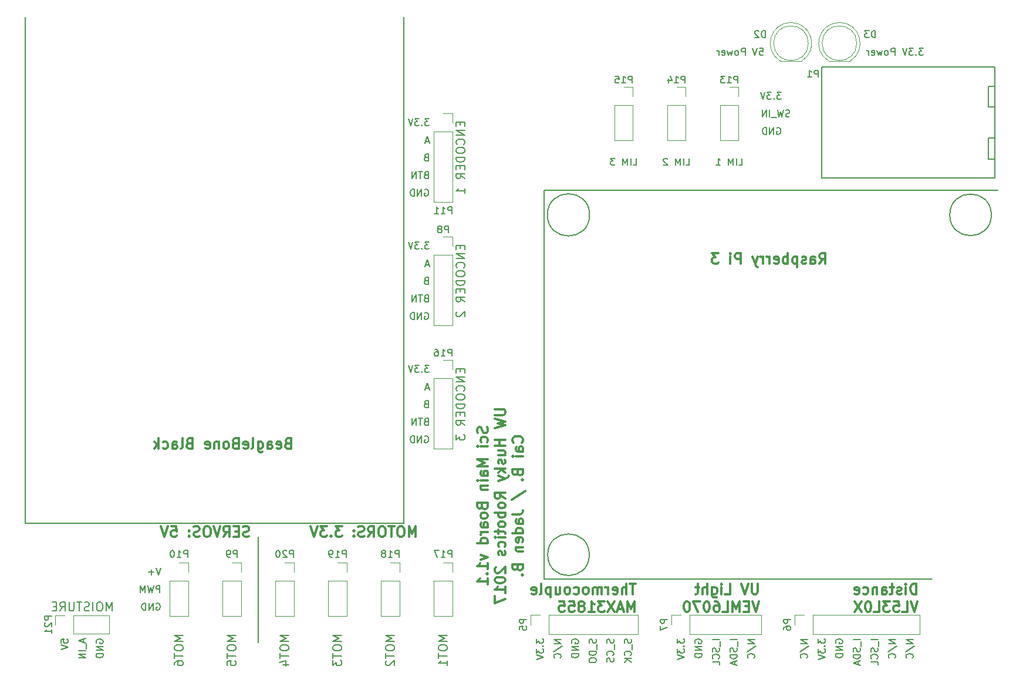
<source format=gbr>
G04 #@! TF.FileFunction,Legend,Bot*
%FSLAX46Y46*%
G04 Gerber Fmt 4.6, Leading zero omitted, Abs format (unit mm)*
G04 Created by KiCad (PCBNEW 4.0.3-stable) date 05/01/17 14:31:29*
%MOMM*%
%LPD*%
G01*
G04 APERTURE LIST*
%ADD10C,0.100000*%
%ADD11C,0.300000*%
%ADD12C,0.200000*%
%ADD13C,0.150000*%
%ADD14C,0.120000*%
G04 APERTURE END LIST*
D10*
D11*
X98904285Y-96563571D02*
X98904285Y-95063571D01*
X98404285Y-96135000D01*
X97904285Y-95063571D01*
X97904285Y-96563571D01*
X96904285Y-95063571D02*
X96618571Y-95063571D01*
X96475713Y-95135000D01*
X96332856Y-95277857D01*
X96261428Y-95563571D01*
X96261428Y-96063571D01*
X96332856Y-96349286D01*
X96475713Y-96492143D01*
X96618571Y-96563571D01*
X96904285Y-96563571D01*
X97047142Y-96492143D01*
X97189999Y-96349286D01*
X97261428Y-96063571D01*
X97261428Y-95563571D01*
X97189999Y-95277857D01*
X97047142Y-95135000D01*
X96904285Y-95063571D01*
X95832856Y-95063571D02*
X94975713Y-95063571D01*
X95404284Y-96563571D02*
X95404284Y-95063571D01*
X94189999Y-95063571D02*
X93904285Y-95063571D01*
X93761427Y-95135000D01*
X93618570Y-95277857D01*
X93547142Y-95563571D01*
X93547142Y-96063571D01*
X93618570Y-96349286D01*
X93761427Y-96492143D01*
X93904285Y-96563571D01*
X94189999Y-96563571D01*
X94332856Y-96492143D01*
X94475713Y-96349286D01*
X94547142Y-96063571D01*
X94547142Y-95563571D01*
X94475713Y-95277857D01*
X94332856Y-95135000D01*
X94189999Y-95063571D01*
X92047141Y-96563571D02*
X92547141Y-95849286D01*
X92904284Y-96563571D02*
X92904284Y-95063571D01*
X92332856Y-95063571D01*
X92189998Y-95135000D01*
X92118570Y-95206429D01*
X92047141Y-95349286D01*
X92047141Y-95563571D01*
X92118570Y-95706429D01*
X92189998Y-95777857D01*
X92332856Y-95849286D01*
X92904284Y-95849286D01*
X91475713Y-96492143D02*
X91261427Y-96563571D01*
X90904284Y-96563571D01*
X90761427Y-96492143D01*
X90689998Y-96420714D01*
X90618570Y-96277857D01*
X90618570Y-96135000D01*
X90689998Y-95992143D01*
X90761427Y-95920714D01*
X90904284Y-95849286D01*
X91189998Y-95777857D01*
X91332856Y-95706429D01*
X91404284Y-95635000D01*
X91475713Y-95492143D01*
X91475713Y-95349286D01*
X91404284Y-95206429D01*
X91332856Y-95135000D01*
X91189998Y-95063571D01*
X90832856Y-95063571D01*
X90618570Y-95135000D01*
X89975713Y-96420714D02*
X89904285Y-96492143D01*
X89975713Y-96563571D01*
X90047142Y-96492143D01*
X89975713Y-96420714D01*
X89975713Y-96563571D01*
X89975713Y-95635000D02*
X89904285Y-95706429D01*
X89975713Y-95777857D01*
X90047142Y-95706429D01*
X89975713Y-95635000D01*
X89975713Y-95777857D01*
X88261427Y-95063571D02*
X87332856Y-95063571D01*
X87832856Y-95635000D01*
X87618570Y-95635000D01*
X87475713Y-95706429D01*
X87404284Y-95777857D01*
X87332856Y-95920714D01*
X87332856Y-96277857D01*
X87404284Y-96420714D01*
X87475713Y-96492143D01*
X87618570Y-96563571D01*
X88047142Y-96563571D01*
X88189999Y-96492143D01*
X88261427Y-96420714D01*
X86689999Y-96420714D02*
X86618571Y-96492143D01*
X86689999Y-96563571D01*
X86761428Y-96492143D01*
X86689999Y-96420714D01*
X86689999Y-96563571D01*
X86118570Y-95063571D02*
X85189999Y-95063571D01*
X85689999Y-95635000D01*
X85475713Y-95635000D01*
X85332856Y-95706429D01*
X85261427Y-95777857D01*
X85189999Y-95920714D01*
X85189999Y-96277857D01*
X85261427Y-96420714D01*
X85332856Y-96492143D01*
X85475713Y-96563571D01*
X85904285Y-96563571D01*
X86047142Y-96492143D01*
X86118570Y-96420714D01*
X84761428Y-95063571D02*
X84261428Y-96563571D01*
X83761428Y-95063571D01*
X74865714Y-96492143D02*
X74651428Y-96563571D01*
X74294285Y-96563571D01*
X74151428Y-96492143D01*
X74079999Y-96420714D01*
X74008571Y-96277857D01*
X74008571Y-96135000D01*
X74079999Y-95992143D01*
X74151428Y-95920714D01*
X74294285Y-95849286D01*
X74579999Y-95777857D01*
X74722857Y-95706429D01*
X74794285Y-95635000D01*
X74865714Y-95492143D01*
X74865714Y-95349286D01*
X74794285Y-95206429D01*
X74722857Y-95135000D01*
X74579999Y-95063571D01*
X74222857Y-95063571D01*
X74008571Y-95135000D01*
X73365714Y-95777857D02*
X72865714Y-95777857D01*
X72651428Y-96563571D02*
X73365714Y-96563571D01*
X73365714Y-95063571D01*
X72651428Y-95063571D01*
X71151428Y-96563571D02*
X71651428Y-95849286D01*
X72008571Y-96563571D02*
X72008571Y-95063571D01*
X71437143Y-95063571D01*
X71294285Y-95135000D01*
X71222857Y-95206429D01*
X71151428Y-95349286D01*
X71151428Y-95563571D01*
X71222857Y-95706429D01*
X71294285Y-95777857D01*
X71437143Y-95849286D01*
X72008571Y-95849286D01*
X70722857Y-95063571D02*
X70222857Y-96563571D01*
X69722857Y-95063571D01*
X68937143Y-95063571D02*
X68651429Y-95063571D01*
X68508571Y-95135000D01*
X68365714Y-95277857D01*
X68294286Y-95563571D01*
X68294286Y-96063571D01*
X68365714Y-96349286D01*
X68508571Y-96492143D01*
X68651429Y-96563571D01*
X68937143Y-96563571D01*
X69080000Y-96492143D01*
X69222857Y-96349286D01*
X69294286Y-96063571D01*
X69294286Y-95563571D01*
X69222857Y-95277857D01*
X69080000Y-95135000D01*
X68937143Y-95063571D01*
X67722857Y-96492143D02*
X67508571Y-96563571D01*
X67151428Y-96563571D01*
X67008571Y-96492143D01*
X66937142Y-96420714D01*
X66865714Y-96277857D01*
X66865714Y-96135000D01*
X66937142Y-95992143D01*
X67008571Y-95920714D01*
X67151428Y-95849286D01*
X67437142Y-95777857D01*
X67580000Y-95706429D01*
X67651428Y-95635000D01*
X67722857Y-95492143D01*
X67722857Y-95349286D01*
X67651428Y-95206429D01*
X67580000Y-95135000D01*
X67437142Y-95063571D01*
X67080000Y-95063571D01*
X66865714Y-95135000D01*
X66222857Y-96420714D02*
X66151429Y-96492143D01*
X66222857Y-96563571D01*
X66294286Y-96492143D01*
X66222857Y-96420714D01*
X66222857Y-96563571D01*
X66222857Y-95635000D02*
X66151429Y-95706429D01*
X66222857Y-95777857D01*
X66294286Y-95706429D01*
X66222857Y-95635000D01*
X66222857Y-95777857D01*
X63651428Y-95063571D02*
X64365714Y-95063571D01*
X64437143Y-95777857D01*
X64365714Y-95706429D01*
X64222857Y-95635000D01*
X63865714Y-95635000D01*
X63722857Y-95706429D01*
X63651428Y-95777857D01*
X63580000Y-95920714D01*
X63580000Y-96277857D01*
X63651428Y-96420714D01*
X63722857Y-96492143D01*
X63865714Y-96563571D01*
X64222857Y-96563571D01*
X64365714Y-96492143D01*
X64437143Y-96420714D01*
X63151429Y-95063571D02*
X62651429Y-96563571D01*
X62151429Y-95063571D01*
D12*
X76200000Y-96520000D02*
X76200000Y-111760000D01*
X65335476Y-110787619D02*
X64085476Y-110787619D01*
X64978333Y-111204286D01*
X64085476Y-111620952D01*
X65335476Y-111620952D01*
X64085476Y-112454285D02*
X64085476Y-112692381D01*
X64145000Y-112811428D01*
X64264048Y-112930476D01*
X64502143Y-112990000D01*
X64918810Y-112990000D01*
X65156905Y-112930476D01*
X65275952Y-112811428D01*
X65335476Y-112692381D01*
X65335476Y-112454285D01*
X65275952Y-112335238D01*
X65156905Y-112216190D01*
X64918810Y-112156666D01*
X64502143Y-112156666D01*
X64264048Y-112216190D01*
X64145000Y-112335238D01*
X64085476Y-112454285D01*
X64085476Y-113347143D02*
X64085476Y-114061428D01*
X65335476Y-113704285D02*
X64085476Y-113704285D01*
X64085476Y-115013809D02*
X64085476Y-114775714D01*
X64145000Y-114656666D01*
X64204524Y-114597143D01*
X64383095Y-114478095D01*
X64621190Y-114418571D01*
X65097381Y-114418571D01*
X65216429Y-114478095D01*
X65275952Y-114537619D01*
X65335476Y-114656666D01*
X65335476Y-114894762D01*
X65275952Y-115013809D01*
X65216429Y-115073333D01*
X65097381Y-115132857D01*
X64799762Y-115132857D01*
X64680714Y-115073333D01*
X64621190Y-115013809D01*
X64561667Y-114894762D01*
X64561667Y-114656666D01*
X64621190Y-114537619D01*
X64680714Y-114478095D01*
X64799762Y-114418571D01*
X72955476Y-110787619D02*
X71705476Y-110787619D01*
X72598333Y-111204286D01*
X71705476Y-111620952D01*
X72955476Y-111620952D01*
X71705476Y-112454285D02*
X71705476Y-112692381D01*
X71765000Y-112811428D01*
X71884048Y-112930476D01*
X72122143Y-112990000D01*
X72538810Y-112990000D01*
X72776905Y-112930476D01*
X72895952Y-112811428D01*
X72955476Y-112692381D01*
X72955476Y-112454285D01*
X72895952Y-112335238D01*
X72776905Y-112216190D01*
X72538810Y-112156666D01*
X72122143Y-112156666D01*
X71884048Y-112216190D01*
X71765000Y-112335238D01*
X71705476Y-112454285D01*
X71705476Y-113347143D02*
X71705476Y-114061428D01*
X72955476Y-113704285D02*
X71705476Y-113704285D01*
X71705476Y-115073333D02*
X71705476Y-114478095D01*
X72300714Y-114418571D01*
X72241190Y-114478095D01*
X72181667Y-114597143D01*
X72181667Y-114894762D01*
X72241190Y-115013809D01*
X72300714Y-115073333D01*
X72419762Y-115132857D01*
X72717381Y-115132857D01*
X72836429Y-115073333D01*
X72895952Y-115013809D01*
X72955476Y-114894762D01*
X72955476Y-114597143D01*
X72895952Y-114478095D01*
X72836429Y-114418571D01*
X42545000Y-32385000D02*
X42545000Y-21590000D01*
X45085000Y-94615000D02*
X42545000Y-94615000D01*
D13*
X148510714Y-26122381D02*
X148986905Y-26122381D01*
X149034524Y-26598571D01*
X148986905Y-26550952D01*
X148891667Y-26503333D01*
X148653571Y-26503333D01*
X148558333Y-26550952D01*
X148510714Y-26598571D01*
X148463095Y-26693810D01*
X148463095Y-26931905D01*
X148510714Y-27027143D01*
X148558333Y-27074762D01*
X148653571Y-27122381D01*
X148891667Y-27122381D01*
X148986905Y-27074762D01*
X149034524Y-27027143D01*
X148177381Y-26122381D02*
X147844048Y-27122381D01*
X147510714Y-26122381D01*
X146415476Y-27122381D02*
X146415476Y-26122381D01*
X146034523Y-26122381D01*
X145939285Y-26170000D01*
X145891666Y-26217619D01*
X145844047Y-26312857D01*
X145844047Y-26455714D01*
X145891666Y-26550952D01*
X145939285Y-26598571D01*
X146034523Y-26646190D01*
X146415476Y-26646190D01*
X145272619Y-27122381D02*
X145367857Y-27074762D01*
X145415476Y-27027143D01*
X145463095Y-26931905D01*
X145463095Y-26646190D01*
X145415476Y-26550952D01*
X145367857Y-26503333D01*
X145272619Y-26455714D01*
X145129761Y-26455714D01*
X145034523Y-26503333D01*
X144986904Y-26550952D01*
X144939285Y-26646190D01*
X144939285Y-26931905D01*
X144986904Y-27027143D01*
X145034523Y-27074762D01*
X145129761Y-27122381D01*
X145272619Y-27122381D01*
X144605952Y-26455714D02*
X144415476Y-27122381D01*
X144224999Y-26646190D01*
X144034523Y-27122381D01*
X143844047Y-26455714D01*
X143082142Y-27074762D02*
X143177380Y-27122381D01*
X143367857Y-27122381D01*
X143463095Y-27074762D01*
X143510714Y-26979524D01*
X143510714Y-26598571D01*
X143463095Y-26503333D01*
X143367857Y-26455714D01*
X143177380Y-26455714D01*
X143082142Y-26503333D01*
X143034523Y-26598571D01*
X143034523Y-26693810D01*
X143510714Y-26789048D01*
X142605952Y-27122381D02*
X142605952Y-26455714D01*
X142605952Y-26646190D02*
X142558333Y-26550952D01*
X142510714Y-26503333D01*
X142415476Y-26455714D01*
X142320237Y-26455714D01*
X172115715Y-26122381D02*
X171496667Y-26122381D01*
X171830001Y-26503333D01*
X171687143Y-26503333D01*
X171591905Y-26550952D01*
X171544286Y-26598571D01*
X171496667Y-26693810D01*
X171496667Y-26931905D01*
X171544286Y-27027143D01*
X171591905Y-27074762D01*
X171687143Y-27122381D01*
X171972858Y-27122381D01*
X172068096Y-27074762D01*
X172115715Y-27027143D01*
X171068096Y-27027143D02*
X171020477Y-27074762D01*
X171068096Y-27122381D01*
X171115715Y-27074762D01*
X171068096Y-27027143D01*
X171068096Y-27122381D01*
X170687144Y-26122381D02*
X170068096Y-26122381D01*
X170401430Y-26503333D01*
X170258572Y-26503333D01*
X170163334Y-26550952D01*
X170115715Y-26598571D01*
X170068096Y-26693810D01*
X170068096Y-26931905D01*
X170115715Y-27027143D01*
X170163334Y-27074762D01*
X170258572Y-27122381D01*
X170544287Y-27122381D01*
X170639525Y-27074762D01*
X170687144Y-27027143D01*
X169782382Y-26122381D02*
X169449049Y-27122381D01*
X169115715Y-26122381D01*
X168020477Y-27122381D02*
X168020477Y-26122381D01*
X167639524Y-26122381D01*
X167544286Y-26170000D01*
X167496667Y-26217619D01*
X167449048Y-26312857D01*
X167449048Y-26455714D01*
X167496667Y-26550952D01*
X167544286Y-26598571D01*
X167639524Y-26646190D01*
X168020477Y-26646190D01*
X166877620Y-27122381D02*
X166972858Y-27074762D01*
X167020477Y-27027143D01*
X167068096Y-26931905D01*
X167068096Y-26646190D01*
X167020477Y-26550952D01*
X166972858Y-26503333D01*
X166877620Y-26455714D01*
X166734762Y-26455714D01*
X166639524Y-26503333D01*
X166591905Y-26550952D01*
X166544286Y-26646190D01*
X166544286Y-26931905D01*
X166591905Y-27027143D01*
X166639524Y-27074762D01*
X166734762Y-27122381D01*
X166877620Y-27122381D01*
X166210953Y-26455714D02*
X166020477Y-27122381D01*
X165830000Y-26646190D01*
X165639524Y-27122381D01*
X165449048Y-26455714D01*
X164687143Y-27074762D02*
X164782381Y-27122381D01*
X164972858Y-27122381D01*
X165068096Y-27074762D01*
X165115715Y-26979524D01*
X165115715Y-26598571D01*
X165068096Y-26503333D01*
X164972858Y-26455714D01*
X164782381Y-26455714D01*
X164687143Y-26503333D01*
X164639524Y-26598571D01*
X164639524Y-26693810D01*
X165115715Y-26789048D01*
X164210953Y-27122381D02*
X164210953Y-26455714D01*
X164210953Y-26646190D02*
X164163334Y-26550952D01*
X164115715Y-26503333D01*
X164020477Y-26455714D01*
X163925238Y-26455714D01*
D11*
X157145713Y-57193571D02*
X157645713Y-56479286D01*
X158002856Y-57193571D02*
X158002856Y-55693571D01*
X157431428Y-55693571D01*
X157288570Y-55765000D01*
X157217142Y-55836429D01*
X157145713Y-55979286D01*
X157145713Y-56193571D01*
X157217142Y-56336429D01*
X157288570Y-56407857D01*
X157431428Y-56479286D01*
X158002856Y-56479286D01*
X155859999Y-57193571D02*
X155859999Y-56407857D01*
X155931428Y-56265000D01*
X156074285Y-56193571D01*
X156359999Y-56193571D01*
X156502856Y-56265000D01*
X155859999Y-57122143D02*
X156002856Y-57193571D01*
X156359999Y-57193571D01*
X156502856Y-57122143D01*
X156574285Y-56979286D01*
X156574285Y-56836429D01*
X156502856Y-56693571D01*
X156359999Y-56622143D01*
X156002856Y-56622143D01*
X155859999Y-56550714D01*
X155217142Y-57122143D02*
X155074285Y-57193571D01*
X154788570Y-57193571D01*
X154645713Y-57122143D01*
X154574285Y-56979286D01*
X154574285Y-56907857D01*
X154645713Y-56765000D01*
X154788570Y-56693571D01*
X155002856Y-56693571D01*
X155145713Y-56622143D01*
X155217142Y-56479286D01*
X155217142Y-56407857D01*
X155145713Y-56265000D01*
X155002856Y-56193571D01*
X154788570Y-56193571D01*
X154645713Y-56265000D01*
X153931427Y-56193571D02*
X153931427Y-57693571D01*
X153931427Y-56265000D02*
X153788570Y-56193571D01*
X153502856Y-56193571D01*
X153359999Y-56265000D01*
X153288570Y-56336429D01*
X153217141Y-56479286D01*
X153217141Y-56907857D01*
X153288570Y-57050714D01*
X153359999Y-57122143D01*
X153502856Y-57193571D01*
X153788570Y-57193571D01*
X153931427Y-57122143D01*
X152574284Y-57193571D02*
X152574284Y-55693571D01*
X152574284Y-56265000D02*
X152431427Y-56193571D01*
X152145713Y-56193571D01*
X152002856Y-56265000D01*
X151931427Y-56336429D01*
X151859998Y-56479286D01*
X151859998Y-56907857D01*
X151931427Y-57050714D01*
X152002856Y-57122143D01*
X152145713Y-57193571D01*
X152431427Y-57193571D01*
X152574284Y-57122143D01*
X150645713Y-57122143D02*
X150788570Y-57193571D01*
X151074284Y-57193571D01*
X151217141Y-57122143D01*
X151288570Y-56979286D01*
X151288570Y-56407857D01*
X151217141Y-56265000D01*
X151074284Y-56193571D01*
X150788570Y-56193571D01*
X150645713Y-56265000D01*
X150574284Y-56407857D01*
X150574284Y-56550714D01*
X151288570Y-56693571D01*
X149931427Y-57193571D02*
X149931427Y-56193571D01*
X149931427Y-56479286D02*
X149859999Y-56336429D01*
X149788570Y-56265000D01*
X149645713Y-56193571D01*
X149502856Y-56193571D01*
X149002856Y-57193571D02*
X149002856Y-56193571D01*
X149002856Y-56479286D02*
X148931428Y-56336429D01*
X148859999Y-56265000D01*
X148717142Y-56193571D01*
X148574285Y-56193571D01*
X148217142Y-56193571D02*
X147859999Y-57193571D01*
X147502857Y-56193571D02*
X147859999Y-57193571D01*
X148002857Y-57550714D01*
X148074285Y-57622143D01*
X148217142Y-57693571D01*
X145788571Y-57193571D02*
X145788571Y-55693571D01*
X145217143Y-55693571D01*
X145074285Y-55765000D01*
X145002857Y-55836429D01*
X144931428Y-55979286D01*
X144931428Y-56193571D01*
X145002857Y-56336429D01*
X145074285Y-56407857D01*
X145217143Y-56479286D01*
X145788571Y-56479286D01*
X144288571Y-57193571D02*
X144288571Y-56193571D01*
X144288571Y-55693571D02*
X144360000Y-55765000D01*
X144288571Y-55836429D01*
X144217143Y-55765000D01*
X144288571Y-55693571D01*
X144288571Y-55836429D01*
X142574285Y-55693571D02*
X141645714Y-55693571D01*
X142145714Y-56265000D01*
X141931428Y-56265000D01*
X141788571Y-56336429D01*
X141717142Y-56407857D01*
X141645714Y-56550714D01*
X141645714Y-56907857D01*
X141717142Y-57050714D01*
X141788571Y-57122143D01*
X141931428Y-57193571D01*
X142360000Y-57193571D01*
X142502857Y-57122143D01*
X142574285Y-57050714D01*
X80441428Y-83077857D02*
X80227142Y-83149286D01*
X80155714Y-83220714D01*
X80084285Y-83363571D01*
X80084285Y-83577857D01*
X80155714Y-83720714D01*
X80227142Y-83792143D01*
X80370000Y-83863571D01*
X80941428Y-83863571D01*
X80941428Y-82363571D01*
X80441428Y-82363571D01*
X80298571Y-82435000D01*
X80227142Y-82506429D01*
X80155714Y-82649286D01*
X80155714Y-82792143D01*
X80227142Y-82935000D01*
X80298571Y-83006429D01*
X80441428Y-83077857D01*
X80941428Y-83077857D01*
X78870000Y-83792143D02*
X79012857Y-83863571D01*
X79298571Y-83863571D01*
X79441428Y-83792143D01*
X79512857Y-83649286D01*
X79512857Y-83077857D01*
X79441428Y-82935000D01*
X79298571Y-82863571D01*
X79012857Y-82863571D01*
X78870000Y-82935000D01*
X78798571Y-83077857D01*
X78798571Y-83220714D01*
X79512857Y-83363571D01*
X77512857Y-83863571D02*
X77512857Y-83077857D01*
X77584286Y-82935000D01*
X77727143Y-82863571D01*
X78012857Y-82863571D01*
X78155714Y-82935000D01*
X77512857Y-83792143D02*
X77655714Y-83863571D01*
X78012857Y-83863571D01*
X78155714Y-83792143D01*
X78227143Y-83649286D01*
X78227143Y-83506429D01*
X78155714Y-83363571D01*
X78012857Y-83292143D01*
X77655714Y-83292143D01*
X77512857Y-83220714D01*
X76155714Y-82863571D02*
X76155714Y-84077857D01*
X76227143Y-84220714D01*
X76298571Y-84292143D01*
X76441428Y-84363571D01*
X76655714Y-84363571D01*
X76798571Y-84292143D01*
X76155714Y-83792143D02*
X76298571Y-83863571D01*
X76584285Y-83863571D01*
X76727143Y-83792143D01*
X76798571Y-83720714D01*
X76870000Y-83577857D01*
X76870000Y-83149286D01*
X76798571Y-83006429D01*
X76727143Y-82935000D01*
X76584285Y-82863571D01*
X76298571Y-82863571D01*
X76155714Y-82935000D01*
X75227142Y-83863571D02*
X75370000Y-83792143D01*
X75441428Y-83649286D01*
X75441428Y-82363571D01*
X74084286Y-83792143D02*
X74227143Y-83863571D01*
X74512857Y-83863571D01*
X74655714Y-83792143D01*
X74727143Y-83649286D01*
X74727143Y-83077857D01*
X74655714Y-82935000D01*
X74512857Y-82863571D01*
X74227143Y-82863571D01*
X74084286Y-82935000D01*
X74012857Y-83077857D01*
X74012857Y-83220714D01*
X74727143Y-83363571D01*
X72870000Y-83077857D02*
X72655714Y-83149286D01*
X72584286Y-83220714D01*
X72512857Y-83363571D01*
X72512857Y-83577857D01*
X72584286Y-83720714D01*
X72655714Y-83792143D01*
X72798572Y-83863571D01*
X73370000Y-83863571D01*
X73370000Y-82363571D01*
X72870000Y-82363571D01*
X72727143Y-82435000D01*
X72655714Y-82506429D01*
X72584286Y-82649286D01*
X72584286Y-82792143D01*
X72655714Y-82935000D01*
X72727143Y-83006429D01*
X72870000Y-83077857D01*
X73370000Y-83077857D01*
X71655714Y-83863571D02*
X71798572Y-83792143D01*
X71870000Y-83720714D01*
X71941429Y-83577857D01*
X71941429Y-83149286D01*
X71870000Y-83006429D01*
X71798572Y-82935000D01*
X71655714Y-82863571D01*
X71441429Y-82863571D01*
X71298572Y-82935000D01*
X71227143Y-83006429D01*
X71155714Y-83149286D01*
X71155714Y-83577857D01*
X71227143Y-83720714D01*
X71298572Y-83792143D01*
X71441429Y-83863571D01*
X71655714Y-83863571D01*
X70512857Y-82863571D02*
X70512857Y-83863571D01*
X70512857Y-83006429D02*
X70441429Y-82935000D01*
X70298571Y-82863571D01*
X70084286Y-82863571D01*
X69941429Y-82935000D01*
X69870000Y-83077857D01*
X69870000Y-83863571D01*
X68584286Y-83792143D02*
X68727143Y-83863571D01*
X69012857Y-83863571D01*
X69155714Y-83792143D01*
X69227143Y-83649286D01*
X69227143Y-83077857D01*
X69155714Y-82935000D01*
X69012857Y-82863571D01*
X68727143Y-82863571D01*
X68584286Y-82935000D01*
X68512857Y-83077857D01*
X68512857Y-83220714D01*
X69227143Y-83363571D01*
X66227143Y-83077857D02*
X66012857Y-83149286D01*
X65941429Y-83220714D01*
X65870000Y-83363571D01*
X65870000Y-83577857D01*
X65941429Y-83720714D01*
X66012857Y-83792143D01*
X66155715Y-83863571D01*
X66727143Y-83863571D01*
X66727143Y-82363571D01*
X66227143Y-82363571D01*
X66084286Y-82435000D01*
X66012857Y-82506429D01*
X65941429Y-82649286D01*
X65941429Y-82792143D01*
X66012857Y-82935000D01*
X66084286Y-83006429D01*
X66227143Y-83077857D01*
X66727143Y-83077857D01*
X65012857Y-83863571D02*
X65155715Y-83792143D01*
X65227143Y-83649286D01*
X65227143Y-82363571D01*
X63798572Y-83863571D02*
X63798572Y-83077857D01*
X63870001Y-82935000D01*
X64012858Y-82863571D01*
X64298572Y-82863571D01*
X64441429Y-82935000D01*
X63798572Y-83792143D02*
X63941429Y-83863571D01*
X64298572Y-83863571D01*
X64441429Y-83792143D01*
X64512858Y-83649286D01*
X64512858Y-83506429D01*
X64441429Y-83363571D01*
X64298572Y-83292143D01*
X63941429Y-83292143D01*
X63798572Y-83220714D01*
X62441429Y-83792143D02*
X62584286Y-83863571D01*
X62870000Y-83863571D01*
X63012858Y-83792143D01*
X63084286Y-83720714D01*
X63155715Y-83577857D01*
X63155715Y-83149286D01*
X63084286Y-83006429D01*
X63012858Y-82935000D01*
X62870000Y-82863571D01*
X62584286Y-82863571D01*
X62441429Y-82935000D01*
X61798572Y-83863571D02*
X61798572Y-82363571D01*
X61655715Y-83292143D02*
X61227144Y-83863571D01*
X61227144Y-82863571D02*
X61798572Y-83435000D01*
X109182143Y-80753572D02*
X109253571Y-80967858D01*
X109253571Y-81325001D01*
X109182143Y-81467858D01*
X109110714Y-81539287D01*
X108967857Y-81610715D01*
X108825000Y-81610715D01*
X108682143Y-81539287D01*
X108610714Y-81467858D01*
X108539286Y-81325001D01*
X108467857Y-81039287D01*
X108396429Y-80896429D01*
X108325000Y-80825001D01*
X108182143Y-80753572D01*
X108039286Y-80753572D01*
X107896429Y-80825001D01*
X107825000Y-80896429D01*
X107753571Y-81039287D01*
X107753571Y-81396429D01*
X107825000Y-81610715D01*
X109182143Y-82896429D02*
X109253571Y-82753572D01*
X109253571Y-82467858D01*
X109182143Y-82325000D01*
X109110714Y-82253572D01*
X108967857Y-82182143D01*
X108539286Y-82182143D01*
X108396429Y-82253572D01*
X108325000Y-82325000D01*
X108253571Y-82467858D01*
X108253571Y-82753572D01*
X108325000Y-82896429D01*
X109253571Y-83539286D02*
X108253571Y-83539286D01*
X107753571Y-83539286D02*
X107825000Y-83467857D01*
X107896429Y-83539286D01*
X107825000Y-83610714D01*
X107753571Y-83539286D01*
X107896429Y-83539286D01*
X109253571Y-85396429D02*
X107753571Y-85396429D01*
X108825000Y-85896429D01*
X107753571Y-86396429D01*
X109253571Y-86396429D01*
X109253571Y-87753572D02*
X108467857Y-87753572D01*
X108325000Y-87682143D01*
X108253571Y-87539286D01*
X108253571Y-87253572D01*
X108325000Y-87110715D01*
X109182143Y-87753572D02*
X109253571Y-87610715D01*
X109253571Y-87253572D01*
X109182143Y-87110715D01*
X109039286Y-87039286D01*
X108896429Y-87039286D01*
X108753571Y-87110715D01*
X108682143Y-87253572D01*
X108682143Y-87610715D01*
X108610714Y-87753572D01*
X109253571Y-88467858D02*
X108253571Y-88467858D01*
X107753571Y-88467858D02*
X107825000Y-88396429D01*
X107896429Y-88467858D01*
X107825000Y-88539286D01*
X107753571Y-88467858D01*
X107896429Y-88467858D01*
X108253571Y-89182144D02*
X109253571Y-89182144D01*
X108396429Y-89182144D02*
X108325000Y-89253572D01*
X108253571Y-89396430D01*
X108253571Y-89610715D01*
X108325000Y-89753572D01*
X108467857Y-89825001D01*
X109253571Y-89825001D01*
X108467857Y-92182144D02*
X108539286Y-92396430D01*
X108610714Y-92467858D01*
X108753571Y-92539287D01*
X108967857Y-92539287D01*
X109110714Y-92467858D01*
X109182143Y-92396430D01*
X109253571Y-92253572D01*
X109253571Y-91682144D01*
X107753571Y-91682144D01*
X107753571Y-92182144D01*
X107825000Y-92325001D01*
X107896429Y-92396430D01*
X108039286Y-92467858D01*
X108182143Y-92467858D01*
X108325000Y-92396430D01*
X108396429Y-92325001D01*
X108467857Y-92182144D01*
X108467857Y-91682144D01*
X109253571Y-93396430D02*
X109182143Y-93253572D01*
X109110714Y-93182144D01*
X108967857Y-93110715D01*
X108539286Y-93110715D01*
X108396429Y-93182144D01*
X108325000Y-93253572D01*
X108253571Y-93396430D01*
X108253571Y-93610715D01*
X108325000Y-93753572D01*
X108396429Y-93825001D01*
X108539286Y-93896430D01*
X108967857Y-93896430D01*
X109110714Y-93825001D01*
X109182143Y-93753572D01*
X109253571Y-93610715D01*
X109253571Y-93396430D01*
X109253571Y-95182144D02*
X108467857Y-95182144D01*
X108325000Y-95110715D01*
X108253571Y-94967858D01*
X108253571Y-94682144D01*
X108325000Y-94539287D01*
X109182143Y-95182144D02*
X109253571Y-95039287D01*
X109253571Y-94682144D01*
X109182143Y-94539287D01*
X109039286Y-94467858D01*
X108896429Y-94467858D01*
X108753571Y-94539287D01*
X108682143Y-94682144D01*
X108682143Y-95039287D01*
X108610714Y-95182144D01*
X109253571Y-95896430D02*
X108253571Y-95896430D01*
X108539286Y-95896430D02*
X108396429Y-95967858D01*
X108325000Y-96039287D01*
X108253571Y-96182144D01*
X108253571Y-96325001D01*
X109253571Y-97467858D02*
X107753571Y-97467858D01*
X109182143Y-97467858D02*
X109253571Y-97325001D01*
X109253571Y-97039287D01*
X109182143Y-96896429D01*
X109110714Y-96825001D01*
X108967857Y-96753572D01*
X108539286Y-96753572D01*
X108396429Y-96825001D01*
X108325000Y-96896429D01*
X108253571Y-97039287D01*
X108253571Y-97325001D01*
X108325000Y-97467858D01*
X108253571Y-99182144D02*
X109253571Y-99539287D01*
X108253571Y-99896429D01*
X109253571Y-101253572D02*
X109253571Y-100396429D01*
X109253571Y-100825001D02*
X107753571Y-100825001D01*
X107967857Y-100682144D01*
X108110714Y-100539286D01*
X108182143Y-100396429D01*
X109110714Y-101896429D02*
X109182143Y-101967857D01*
X109253571Y-101896429D01*
X109182143Y-101825000D01*
X109110714Y-101896429D01*
X109253571Y-101896429D01*
X109253571Y-103396429D02*
X109253571Y-102539286D01*
X109253571Y-102967858D02*
X107753571Y-102967858D01*
X107967857Y-102825001D01*
X108110714Y-102682143D01*
X108182143Y-102539286D01*
X110303571Y-78146429D02*
X111517857Y-78146429D01*
X111660714Y-78217857D01*
X111732143Y-78289286D01*
X111803571Y-78432143D01*
X111803571Y-78717857D01*
X111732143Y-78860715D01*
X111660714Y-78932143D01*
X111517857Y-79003572D01*
X110303571Y-79003572D01*
X110303571Y-79575001D02*
X111803571Y-79932144D01*
X110732143Y-80217858D01*
X111803571Y-80503572D01*
X110303571Y-80860715D01*
X111803571Y-82575001D02*
X110303571Y-82575001D01*
X111017857Y-82575001D02*
X111017857Y-83432144D01*
X111803571Y-83432144D02*
X110303571Y-83432144D01*
X110803571Y-84789287D02*
X111803571Y-84789287D01*
X110803571Y-84146430D02*
X111589286Y-84146430D01*
X111732143Y-84217858D01*
X111803571Y-84360716D01*
X111803571Y-84575001D01*
X111732143Y-84717858D01*
X111660714Y-84789287D01*
X111732143Y-85432144D02*
X111803571Y-85575001D01*
X111803571Y-85860716D01*
X111732143Y-86003573D01*
X111589286Y-86075001D01*
X111517857Y-86075001D01*
X111375000Y-86003573D01*
X111303571Y-85860716D01*
X111303571Y-85646430D01*
X111232143Y-85503573D01*
X111089286Y-85432144D01*
X111017857Y-85432144D01*
X110875000Y-85503573D01*
X110803571Y-85646430D01*
X110803571Y-85860716D01*
X110875000Y-86003573D01*
X111803571Y-86717859D02*
X110303571Y-86717859D01*
X111232143Y-86860716D02*
X111803571Y-87289287D01*
X110803571Y-87289287D02*
X111375000Y-86717859D01*
X110803571Y-87789288D02*
X111803571Y-88146431D01*
X110803571Y-88503573D02*
X111803571Y-88146431D01*
X112160714Y-88003573D01*
X112232143Y-87932145D01*
X112303571Y-87789288D01*
X111803571Y-91075002D02*
X111089286Y-90575002D01*
X111803571Y-90217859D02*
X110303571Y-90217859D01*
X110303571Y-90789287D01*
X110375000Y-90932145D01*
X110446429Y-91003573D01*
X110589286Y-91075002D01*
X110803571Y-91075002D01*
X110946429Y-91003573D01*
X111017857Y-90932145D01*
X111089286Y-90789287D01*
X111089286Y-90217859D01*
X111803571Y-91932145D02*
X111732143Y-91789287D01*
X111660714Y-91717859D01*
X111517857Y-91646430D01*
X111089286Y-91646430D01*
X110946429Y-91717859D01*
X110875000Y-91789287D01*
X110803571Y-91932145D01*
X110803571Y-92146430D01*
X110875000Y-92289287D01*
X110946429Y-92360716D01*
X111089286Y-92432145D01*
X111517857Y-92432145D01*
X111660714Y-92360716D01*
X111732143Y-92289287D01*
X111803571Y-92146430D01*
X111803571Y-91932145D01*
X111803571Y-93075002D02*
X110303571Y-93075002D01*
X110875000Y-93075002D02*
X110803571Y-93217859D01*
X110803571Y-93503573D01*
X110875000Y-93646430D01*
X110946429Y-93717859D01*
X111089286Y-93789288D01*
X111517857Y-93789288D01*
X111660714Y-93717859D01*
X111732143Y-93646430D01*
X111803571Y-93503573D01*
X111803571Y-93217859D01*
X111732143Y-93075002D01*
X111803571Y-94646431D02*
X111732143Y-94503573D01*
X111660714Y-94432145D01*
X111517857Y-94360716D01*
X111089286Y-94360716D01*
X110946429Y-94432145D01*
X110875000Y-94503573D01*
X110803571Y-94646431D01*
X110803571Y-94860716D01*
X110875000Y-95003573D01*
X110946429Y-95075002D01*
X111089286Y-95146431D01*
X111517857Y-95146431D01*
X111660714Y-95075002D01*
X111732143Y-95003573D01*
X111803571Y-94860716D01*
X111803571Y-94646431D01*
X110803571Y-95575002D02*
X110803571Y-96146431D01*
X110303571Y-95789288D02*
X111589286Y-95789288D01*
X111732143Y-95860716D01*
X111803571Y-96003574D01*
X111803571Y-96146431D01*
X111803571Y-96646431D02*
X110803571Y-96646431D01*
X110303571Y-96646431D02*
X110375000Y-96575002D01*
X110446429Y-96646431D01*
X110375000Y-96717859D01*
X110303571Y-96646431D01*
X110446429Y-96646431D01*
X111732143Y-98003574D02*
X111803571Y-97860717D01*
X111803571Y-97575003D01*
X111732143Y-97432145D01*
X111660714Y-97360717D01*
X111517857Y-97289288D01*
X111089286Y-97289288D01*
X110946429Y-97360717D01*
X110875000Y-97432145D01*
X110803571Y-97575003D01*
X110803571Y-97860717D01*
X110875000Y-98003574D01*
X111732143Y-98575002D02*
X111803571Y-98717859D01*
X111803571Y-99003574D01*
X111732143Y-99146431D01*
X111589286Y-99217859D01*
X111517857Y-99217859D01*
X111375000Y-99146431D01*
X111303571Y-99003574D01*
X111303571Y-98789288D01*
X111232143Y-98646431D01*
X111089286Y-98575002D01*
X111017857Y-98575002D01*
X110875000Y-98646431D01*
X110803571Y-98789288D01*
X110803571Y-99003574D01*
X110875000Y-99146431D01*
X110446429Y-100932145D02*
X110375000Y-101003574D01*
X110303571Y-101146431D01*
X110303571Y-101503574D01*
X110375000Y-101646431D01*
X110446429Y-101717860D01*
X110589286Y-101789288D01*
X110732143Y-101789288D01*
X110946429Y-101717860D01*
X111803571Y-100860717D01*
X111803571Y-101789288D01*
X110303571Y-102717859D02*
X110303571Y-102860716D01*
X110375000Y-103003573D01*
X110446429Y-103075002D01*
X110589286Y-103146431D01*
X110875000Y-103217859D01*
X111232143Y-103217859D01*
X111517857Y-103146431D01*
X111660714Y-103075002D01*
X111732143Y-103003573D01*
X111803571Y-102860716D01*
X111803571Y-102717859D01*
X111732143Y-102575002D01*
X111660714Y-102503573D01*
X111517857Y-102432145D01*
X111232143Y-102360716D01*
X110875000Y-102360716D01*
X110589286Y-102432145D01*
X110446429Y-102503573D01*
X110375000Y-102575002D01*
X110303571Y-102717859D01*
X111803571Y-104646430D02*
X111803571Y-103789287D01*
X111803571Y-104217859D02*
X110303571Y-104217859D01*
X110517857Y-104075002D01*
X110660714Y-103932144D01*
X110732143Y-103789287D01*
X110303571Y-105146430D02*
X110303571Y-106146430D01*
X111803571Y-105503573D01*
X114210714Y-82967857D02*
X114282143Y-82896428D01*
X114353571Y-82682142D01*
X114353571Y-82539285D01*
X114282143Y-82325000D01*
X114139286Y-82182142D01*
X113996429Y-82110714D01*
X113710714Y-82039285D01*
X113496429Y-82039285D01*
X113210714Y-82110714D01*
X113067857Y-82182142D01*
X112925000Y-82325000D01*
X112853571Y-82539285D01*
X112853571Y-82682142D01*
X112925000Y-82896428D01*
X112996429Y-82967857D01*
X114353571Y-84253571D02*
X113567857Y-84253571D01*
X113425000Y-84182142D01*
X113353571Y-84039285D01*
X113353571Y-83753571D01*
X113425000Y-83610714D01*
X114282143Y-84253571D02*
X114353571Y-84110714D01*
X114353571Y-83753571D01*
X114282143Y-83610714D01*
X114139286Y-83539285D01*
X113996429Y-83539285D01*
X113853571Y-83610714D01*
X113782143Y-83753571D01*
X113782143Y-84110714D01*
X113710714Y-84253571D01*
X114353571Y-84967857D02*
X113353571Y-84967857D01*
X112853571Y-84967857D02*
X112925000Y-84896428D01*
X112996429Y-84967857D01*
X112925000Y-85039285D01*
X112853571Y-84967857D01*
X112996429Y-84967857D01*
X113567857Y-87325000D02*
X113639286Y-87539286D01*
X113710714Y-87610714D01*
X113853571Y-87682143D01*
X114067857Y-87682143D01*
X114210714Y-87610714D01*
X114282143Y-87539286D01*
X114353571Y-87396428D01*
X114353571Y-86825000D01*
X112853571Y-86825000D01*
X112853571Y-87325000D01*
X112925000Y-87467857D01*
X112996429Y-87539286D01*
X113139286Y-87610714D01*
X113282143Y-87610714D01*
X113425000Y-87539286D01*
X113496429Y-87467857D01*
X113567857Y-87325000D01*
X113567857Y-86825000D01*
X114210714Y-88325000D02*
X114282143Y-88396428D01*
X114353571Y-88325000D01*
X114282143Y-88253571D01*
X114210714Y-88325000D01*
X114353571Y-88325000D01*
X112782143Y-91253571D02*
X114710714Y-89967857D01*
X112853571Y-93325000D02*
X113925000Y-93325000D01*
X114139286Y-93253572D01*
X114282143Y-93110715D01*
X114353571Y-92896429D01*
X114353571Y-92753572D01*
X114353571Y-94682143D02*
X113567857Y-94682143D01*
X113425000Y-94610714D01*
X113353571Y-94467857D01*
X113353571Y-94182143D01*
X113425000Y-94039286D01*
X114282143Y-94682143D02*
X114353571Y-94539286D01*
X114353571Y-94182143D01*
X114282143Y-94039286D01*
X114139286Y-93967857D01*
X113996429Y-93967857D01*
X113853571Y-94039286D01*
X113782143Y-94182143D01*
X113782143Y-94539286D01*
X113710714Y-94682143D01*
X114353571Y-96039286D02*
X112853571Y-96039286D01*
X114282143Y-96039286D02*
X114353571Y-95896429D01*
X114353571Y-95610715D01*
X114282143Y-95467857D01*
X114210714Y-95396429D01*
X114067857Y-95325000D01*
X113639286Y-95325000D01*
X113496429Y-95396429D01*
X113425000Y-95467857D01*
X113353571Y-95610715D01*
X113353571Y-95896429D01*
X113425000Y-96039286D01*
X114282143Y-97325000D02*
X114353571Y-97182143D01*
X114353571Y-96896429D01*
X114282143Y-96753572D01*
X114139286Y-96682143D01*
X113567857Y-96682143D01*
X113425000Y-96753572D01*
X113353571Y-96896429D01*
X113353571Y-97182143D01*
X113425000Y-97325000D01*
X113567857Y-97396429D01*
X113710714Y-97396429D01*
X113853571Y-96682143D01*
X113353571Y-98039286D02*
X114353571Y-98039286D01*
X113496429Y-98039286D02*
X113425000Y-98110714D01*
X113353571Y-98253572D01*
X113353571Y-98467857D01*
X113425000Y-98610714D01*
X113567857Y-98682143D01*
X114353571Y-98682143D01*
X113567857Y-101039286D02*
X113639286Y-101253572D01*
X113710714Y-101325000D01*
X113853571Y-101396429D01*
X114067857Y-101396429D01*
X114210714Y-101325000D01*
X114282143Y-101253572D01*
X114353571Y-101110714D01*
X114353571Y-100539286D01*
X112853571Y-100539286D01*
X112853571Y-101039286D01*
X112925000Y-101182143D01*
X112996429Y-101253572D01*
X113139286Y-101325000D01*
X113282143Y-101325000D01*
X113425000Y-101253572D01*
X113496429Y-101182143D01*
X113567857Y-101039286D01*
X113567857Y-100539286D01*
X114210714Y-102039286D02*
X114282143Y-102110714D01*
X114353571Y-102039286D01*
X114282143Y-101967857D01*
X114210714Y-102039286D01*
X114353571Y-102039286D01*
D13*
X151003095Y-37600000D02*
X151098333Y-37552381D01*
X151241190Y-37552381D01*
X151384048Y-37600000D01*
X151479286Y-37695238D01*
X151526905Y-37790476D01*
X151574524Y-37980952D01*
X151574524Y-38123810D01*
X151526905Y-38314286D01*
X151479286Y-38409524D01*
X151384048Y-38504762D01*
X151241190Y-38552381D01*
X151145952Y-38552381D01*
X151003095Y-38504762D01*
X150955476Y-38457143D01*
X150955476Y-38123810D01*
X151145952Y-38123810D01*
X150526905Y-38552381D02*
X150526905Y-37552381D01*
X149955476Y-38552381D01*
X149955476Y-37552381D01*
X149479286Y-38552381D02*
X149479286Y-37552381D01*
X149241191Y-37552381D01*
X149098333Y-37600000D01*
X149003095Y-37695238D01*
X148955476Y-37790476D01*
X148907857Y-37980952D01*
X148907857Y-38123810D01*
X148955476Y-38314286D01*
X149003095Y-38409524D01*
X149098333Y-38504762D01*
X149241191Y-38552381D01*
X149479286Y-38552381D01*
X152844524Y-35964762D02*
X152701667Y-36012381D01*
X152463571Y-36012381D01*
X152368333Y-35964762D01*
X152320714Y-35917143D01*
X152273095Y-35821905D01*
X152273095Y-35726667D01*
X152320714Y-35631429D01*
X152368333Y-35583810D01*
X152463571Y-35536190D01*
X152654048Y-35488571D01*
X152749286Y-35440952D01*
X152796905Y-35393333D01*
X152844524Y-35298095D01*
X152844524Y-35202857D01*
X152796905Y-35107619D01*
X152749286Y-35060000D01*
X152654048Y-35012381D01*
X152415952Y-35012381D01*
X152273095Y-35060000D01*
X151939762Y-35012381D02*
X151701667Y-36012381D01*
X151511190Y-35298095D01*
X151320714Y-36012381D01*
X151082619Y-35012381D01*
X150939762Y-36107619D02*
X150177857Y-36107619D01*
X149939762Y-36012381D02*
X149939762Y-35012381D01*
X149463572Y-36012381D02*
X149463572Y-35012381D01*
X148892143Y-36012381D01*
X148892143Y-35012381D01*
X151622143Y-32472381D02*
X151003095Y-32472381D01*
X151336429Y-32853333D01*
X151193571Y-32853333D01*
X151098333Y-32900952D01*
X151050714Y-32948571D01*
X151003095Y-33043810D01*
X151003095Y-33281905D01*
X151050714Y-33377143D01*
X151098333Y-33424762D01*
X151193571Y-33472381D01*
X151479286Y-33472381D01*
X151574524Y-33424762D01*
X151622143Y-33377143D01*
X150574524Y-33377143D02*
X150526905Y-33424762D01*
X150574524Y-33472381D01*
X150622143Y-33424762D01*
X150574524Y-33377143D01*
X150574524Y-33472381D01*
X150193572Y-32472381D02*
X149574524Y-32472381D01*
X149907858Y-32853333D01*
X149765000Y-32853333D01*
X149669762Y-32900952D01*
X149622143Y-32948571D01*
X149574524Y-33043810D01*
X149574524Y-33281905D01*
X149622143Y-33377143D01*
X149669762Y-33424762D01*
X149765000Y-33472381D01*
X150050715Y-33472381D01*
X150145953Y-33424762D01*
X150193572Y-33377143D01*
X149288810Y-32472381D02*
X148955477Y-33472381D01*
X148622143Y-32472381D01*
X170632381Y-111363095D02*
X169632381Y-111363095D01*
X170632381Y-111934524D01*
X169632381Y-111934524D01*
X169584762Y-113125000D02*
X170870476Y-112267857D01*
X170537143Y-114029762D02*
X170584762Y-113982143D01*
X170632381Y-113839286D01*
X170632381Y-113744048D01*
X170584762Y-113601190D01*
X170489524Y-113505952D01*
X170394286Y-113458333D01*
X170203810Y-113410714D01*
X170060952Y-113410714D01*
X169870476Y-113458333D01*
X169775238Y-113505952D01*
X169680000Y-113601190D01*
X169632381Y-113744048D01*
X169632381Y-113839286D01*
X169680000Y-113982143D01*
X169727619Y-114029762D01*
X168092381Y-111363095D02*
X167092381Y-111363095D01*
X168092381Y-111934524D01*
X167092381Y-111934524D01*
X167044762Y-113125000D02*
X168330476Y-112267857D01*
X167997143Y-114029762D02*
X168044762Y-113982143D01*
X168092381Y-113839286D01*
X168092381Y-113744048D01*
X168044762Y-113601190D01*
X167949524Y-113505952D01*
X167854286Y-113458333D01*
X167663810Y-113410714D01*
X167520952Y-113410714D01*
X167330476Y-113458333D01*
X167235238Y-113505952D01*
X167140000Y-113601190D01*
X167092381Y-113744048D01*
X167092381Y-113839286D01*
X167140000Y-113982143D01*
X167187619Y-114029762D01*
X165552381Y-111363095D02*
X164552381Y-111363095D01*
X165647619Y-111601190D02*
X165647619Y-112363095D01*
X165504762Y-112553571D02*
X165552381Y-112696428D01*
X165552381Y-112934524D01*
X165504762Y-113029762D01*
X165457143Y-113077381D01*
X165361905Y-113125000D01*
X165266667Y-113125000D01*
X165171429Y-113077381D01*
X165123810Y-113029762D01*
X165076190Y-112934524D01*
X165028571Y-112744047D01*
X164980952Y-112648809D01*
X164933333Y-112601190D01*
X164838095Y-112553571D01*
X164742857Y-112553571D01*
X164647619Y-112601190D01*
X164600000Y-112648809D01*
X164552381Y-112744047D01*
X164552381Y-112982143D01*
X164600000Y-113125000D01*
X165457143Y-114125000D02*
X165504762Y-114077381D01*
X165552381Y-113934524D01*
X165552381Y-113839286D01*
X165504762Y-113696428D01*
X165409524Y-113601190D01*
X165314286Y-113553571D01*
X165123810Y-113505952D01*
X164980952Y-113505952D01*
X164790476Y-113553571D01*
X164695238Y-113601190D01*
X164600000Y-113696428D01*
X164552381Y-113839286D01*
X164552381Y-113934524D01*
X164600000Y-114077381D01*
X164647619Y-114125000D01*
X165552381Y-115029762D02*
X165552381Y-114553571D01*
X164552381Y-114553571D01*
X163012381Y-111363095D02*
X162012381Y-111363095D01*
X163107619Y-111601190D02*
X163107619Y-112363095D01*
X162964762Y-112553571D02*
X163012381Y-112696428D01*
X163012381Y-112934524D01*
X162964762Y-113029762D01*
X162917143Y-113077381D01*
X162821905Y-113125000D01*
X162726667Y-113125000D01*
X162631429Y-113077381D01*
X162583810Y-113029762D01*
X162536190Y-112934524D01*
X162488571Y-112744047D01*
X162440952Y-112648809D01*
X162393333Y-112601190D01*
X162298095Y-112553571D01*
X162202857Y-112553571D01*
X162107619Y-112601190D01*
X162060000Y-112648809D01*
X162012381Y-112744047D01*
X162012381Y-112982143D01*
X162060000Y-113125000D01*
X163012381Y-113553571D02*
X162012381Y-113553571D01*
X162012381Y-113791666D01*
X162060000Y-113934524D01*
X162155238Y-114029762D01*
X162250476Y-114077381D01*
X162440952Y-114125000D01*
X162583810Y-114125000D01*
X162774286Y-114077381D01*
X162869524Y-114029762D01*
X162964762Y-113934524D01*
X163012381Y-113791666D01*
X163012381Y-113553571D01*
X162726667Y-114505952D02*
X162726667Y-114982143D01*
X163012381Y-114410714D02*
X162012381Y-114744047D01*
X163012381Y-115077381D01*
X159520000Y-111886905D02*
X159472381Y-111791667D01*
X159472381Y-111648810D01*
X159520000Y-111505952D01*
X159615238Y-111410714D01*
X159710476Y-111363095D01*
X159900952Y-111315476D01*
X160043810Y-111315476D01*
X160234286Y-111363095D01*
X160329524Y-111410714D01*
X160424762Y-111505952D01*
X160472381Y-111648810D01*
X160472381Y-111744048D01*
X160424762Y-111886905D01*
X160377143Y-111934524D01*
X160043810Y-111934524D01*
X160043810Y-111744048D01*
X160472381Y-112363095D02*
X159472381Y-112363095D01*
X160472381Y-112934524D01*
X159472381Y-112934524D01*
X160472381Y-113410714D02*
X159472381Y-113410714D01*
X159472381Y-113648809D01*
X159520000Y-113791667D01*
X159615238Y-113886905D01*
X159710476Y-113934524D01*
X159900952Y-113982143D01*
X160043810Y-113982143D01*
X160234286Y-113934524D01*
X160329524Y-113886905D01*
X160424762Y-113791667D01*
X160472381Y-113648809D01*
X160472381Y-113410714D01*
X156932381Y-111267857D02*
X156932381Y-111886905D01*
X157313333Y-111553571D01*
X157313333Y-111696429D01*
X157360952Y-111791667D01*
X157408571Y-111839286D01*
X157503810Y-111886905D01*
X157741905Y-111886905D01*
X157837143Y-111839286D01*
X157884762Y-111791667D01*
X157932381Y-111696429D01*
X157932381Y-111410714D01*
X157884762Y-111315476D01*
X157837143Y-111267857D01*
X157837143Y-112315476D02*
X157884762Y-112363095D01*
X157932381Y-112315476D01*
X157884762Y-112267857D01*
X157837143Y-112315476D01*
X157932381Y-112315476D01*
X156932381Y-112696428D02*
X156932381Y-113315476D01*
X157313333Y-112982142D01*
X157313333Y-113125000D01*
X157360952Y-113220238D01*
X157408571Y-113267857D01*
X157503810Y-113315476D01*
X157741905Y-113315476D01*
X157837143Y-113267857D01*
X157884762Y-113220238D01*
X157932381Y-113125000D01*
X157932381Y-112839285D01*
X157884762Y-112744047D01*
X157837143Y-112696428D01*
X156932381Y-113601190D02*
X157932381Y-113934523D01*
X156932381Y-114267857D01*
X155392381Y-111363095D02*
X154392381Y-111363095D01*
X155392381Y-111934524D01*
X154392381Y-111934524D01*
X154344762Y-113125000D02*
X155630476Y-112267857D01*
X155297143Y-114029762D02*
X155344762Y-113982143D01*
X155392381Y-113839286D01*
X155392381Y-113744048D01*
X155344762Y-113601190D01*
X155249524Y-113505952D01*
X155154286Y-113458333D01*
X154963810Y-113410714D01*
X154820952Y-113410714D01*
X154630476Y-113458333D01*
X154535238Y-113505952D01*
X154440000Y-113601190D01*
X154392381Y-113744048D01*
X154392381Y-113839286D01*
X154440000Y-113982143D01*
X154487619Y-114029762D01*
X147772381Y-111363095D02*
X146772381Y-111363095D01*
X147772381Y-111934524D01*
X146772381Y-111934524D01*
X146724762Y-113125000D02*
X148010476Y-112267857D01*
X147677143Y-114029762D02*
X147724762Y-113982143D01*
X147772381Y-113839286D01*
X147772381Y-113744048D01*
X147724762Y-113601190D01*
X147629524Y-113505952D01*
X147534286Y-113458333D01*
X147343810Y-113410714D01*
X147200952Y-113410714D01*
X147010476Y-113458333D01*
X146915238Y-113505952D01*
X146820000Y-113601190D01*
X146772381Y-113744048D01*
X146772381Y-113839286D01*
X146820000Y-113982143D01*
X146867619Y-114029762D01*
X145232381Y-111363095D02*
X144232381Y-111363095D01*
X145327619Y-111601190D02*
X145327619Y-112363095D01*
X145184762Y-112553571D02*
X145232381Y-112696428D01*
X145232381Y-112934524D01*
X145184762Y-113029762D01*
X145137143Y-113077381D01*
X145041905Y-113125000D01*
X144946667Y-113125000D01*
X144851429Y-113077381D01*
X144803810Y-113029762D01*
X144756190Y-112934524D01*
X144708571Y-112744047D01*
X144660952Y-112648809D01*
X144613333Y-112601190D01*
X144518095Y-112553571D01*
X144422857Y-112553571D01*
X144327619Y-112601190D01*
X144280000Y-112648809D01*
X144232381Y-112744047D01*
X144232381Y-112982143D01*
X144280000Y-113125000D01*
X145232381Y-113553571D02*
X144232381Y-113553571D01*
X144232381Y-113791666D01*
X144280000Y-113934524D01*
X144375238Y-114029762D01*
X144470476Y-114077381D01*
X144660952Y-114125000D01*
X144803810Y-114125000D01*
X144994286Y-114077381D01*
X145089524Y-114029762D01*
X145184762Y-113934524D01*
X145232381Y-113791666D01*
X145232381Y-113553571D01*
X144946667Y-114505952D02*
X144946667Y-114982143D01*
X145232381Y-114410714D02*
X144232381Y-114744047D01*
X145232381Y-115077381D01*
X142692381Y-111363095D02*
X141692381Y-111363095D01*
X142787619Y-111601190D02*
X142787619Y-112363095D01*
X142644762Y-112553571D02*
X142692381Y-112696428D01*
X142692381Y-112934524D01*
X142644762Y-113029762D01*
X142597143Y-113077381D01*
X142501905Y-113125000D01*
X142406667Y-113125000D01*
X142311429Y-113077381D01*
X142263810Y-113029762D01*
X142216190Y-112934524D01*
X142168571Y-112744047D01*
X142120952Y-112648809D01*
X142073333Y-112601190D01*
X141978095Y-112553571D01*
X141882857Y-112553571D01*
X141787619Y-112601190D01*
X141740000Y-112648809D01*
X141692381Y-112744047D01*
X141692381Y-112982143D01*
X141740000Y-113125000D01*
X142597143Y-114125000D02*
X142644762Y-114077381D01*
X142692381Y-113934524D01*
X142692381Y-113839286D01*
X142644762Y-113696428D01*
X142549524Y-113601190D01*
X142454286Y-113553571D01*
X142263810Y-113505952D01*
X142120952Y-113505952D01*
X141930476Y-113553571D01*
X141835238Y-113601190D01*
X141740000Y-113696428D01*
X141692381Y-113839286D01*
X141692381Y-113934524D01*
X141740000Y-114077381D01*
X141787619Y-114125000D01*
X142692381Y-115029762D02*
X142692381Y-114553571D01*
X141692381Y-114553571D01*
X139200000Y-111886905D02*
X139152381Y-111791667D01*
X139152381Y-111648810D01*
X139200000Y-111505952D01*
X139295238Y-111410714D01*
X139390476Y-111363095D01*
X139580952Y-111315476D01*
X139723810Y-111315476D01*
X139914286Y-111363095D01*
X140009524Y-111410714D01*
X140104762Y-111505952D01*
X140152381Y-111648810D01*
X140152381Y-111744048D01*
X140104762Y-111886905D01*
X140057143Y-111934524D01*
X139723810Y-111934524D01*
X139723810Y-111744048D01*
X140152381Y-112363095D02*
X139152381Y-112363095D01*
X140152381Y-112934524D01*
X139152381Y-112934524D01*
X140152381Y-113410714D02*
X139152381Y-113410714D01*
X139152381Y-113648809D01*
X139200000Y-113791667D01*
X139295238Y-113886905D01*
X139390476Y-113934524D01*
X139580952Y-113982143D01*
X139723810Y-113982143D01*
X139914286Y-113934524D01*
X140009524Y-113886905D01*
X140104762Y-113791667D01*
X140152381Y-113648809D01*
X140152381Y-113410714D01*
X136612381Y-111267857D02*
X136612381Y-111886905D01*
X136993333Y-111553571D01*
X136993333Y-111696429D01*
X137040952Y-111791667D01*
X137088571Y-111839286D01*
X137183810Y-111886905D01*
X137421905Y-111886905D01*
X137517143Y-111839286D01*
X137564762Y-111791667D01*
X137612381Y-111696429D01*
X137612381Y-111410714D01*
X137564762Y-111315476D01*
X137517143Y-111267857D01*
X137517143Y-112315476D02*
X137564762Y-112363095D01*
X137612381Y-112315476D01*
X137564762Y-112267857D01*
X137517143Y-112315476D01*
X137612381Y-112315476D01*
X136612381Y-112696428D02*
X136612381Y-113315476D01*
X136993333Y-112982142D01*
X136993333Y-113125000D01*
X137040952Y-113220238D01*
X137088571Y-113267857D01*
X137183810Y-113315476D01*
X137421905Y-113315476D01*
X137517143Y-113267857D01*
X137564762Y-113220238D01*
X137612381Y-113125000D01*
X137612381Y-112839285D01*
X137564762Y-112744047D01*
X137517143Y-112696428D01*
X136612381Y-113601190D02*
X137612381Y-113934523D01*
X136612381Y-114267857D01*
X129944762Y-111315476D02*
X129992381Y-111458333D01*
X129992381Y-111696429D01*
X129944762Y-111791667D01*
X129897143Y-111839286D01*
X129801905Y-111886905D01*
X129706667Y-111886905D01*
X129611429Y-111839286D01*
X129563810Y-111791667D01*
X129516190Y-111696429D01*
X129468571Y-111505952D01*
X129420952Y-111410714D01*
X129373333Y-111363095D01*
X129278095Y-111315476D01*
X129182857Y-111315476D01*
X129087619Y-111363095D01*
X129040000Y-111410714D01*
X128992381Y-111505952D01*
X128992381Y-111744048D01*
X129040000Y-111886905D01*
X130087619Y-112077381D02*
X130087619Y-112839286D01*
X129897143Y-113648810D02*
X129944762Y-113601191D01*
X129992381Y-113458334D01*
X129992381Y-113363096D01*
X129944762Y-113220238D01*
X129849524Y-113125000D01*
X129754286Y-113077381D01*
X129563810Y-113029762D01*
X129420952Y-113029762D01*
X129230476Y-113077381D01*
X129135238Y-113125000D01*
X129040000Y-113220238D01*
X128992381Y-113363096D01*
X128992381Y-113458334D01*
X129040000Y-113601191D01*
X129087619Y-113648810D01*
X129992381Y-114077381D02*
X128992381Y-114077381D01*
X129992381Y-114648810D02*
X129420952Y-114220238D01*
X128992381Y-114648810D02*
X129563810Y-114077381D01*
X127404762Y-111315476D02*
X127452381Y-111458333D01*
X127452381Y-111696429D01*
X127404762Y-111791667D01*
X127357143Y-111839286D01*
X127261905Y-111886905D01*
X127166667Y-111886905D01*
X127071429Y-111839286D01*
X127023810Y-111791667D01*
X126976190Y-111696429D01*
X126928571Y-111505952D01*
X126880952Y-111410714D01*
X126833333Y-111363095D01*
X126738095Y-111315476D01*
X126642857Y-111315476D01*
X126547619Y-111363095D01*
X126500000Y-111410714D01*
X126452381Y-111505952D01*
X126452381Y-111744048D01*
X126500000Y-111886905D01*
X127547619Y-112077381D02*
X127547619Y-112839286D01*
X127357143Y-113648810D02*
X127404762Y-113601191D01*
X127452381Y-113458334D01*
X127452381Y-113363096D01*
X127404762Y-113220238D01*
X127309524Y-113125000D01*
X127214286Y-113077381D01*
X127023810Y-113029762D01*
X126880952Y-113029762D01*
X126690476Y-113077381D01*
X126595238Y-113125000D01*
X126500000Y-113220238D01*
X126452381Y-113363096D01*
X126452381Y-113458334D01*
X126500000Y-113601191D01*
X126547619Y-113648810D01*
X127404762Y-114029762D02*
X127452381Y-114172619D01*
X127452381Y-114410715D01*
X127404762Y-114505953D01*
X127357143Y-114553572D01*
X127261905Y-114601191D01*
X127166667Y-114601191D01*
X127071429Y-114553572D01*
X127023810Y-114505953D01*
X126976190Y-114410715D01*
X126928571Y-114220238D01*
X126880952Y-114125000D01*
X126833333Y-114077381D01*
X126738095Y-114029762D01*
X126642857Y-114029762D01*
X126547619Y-114077381D01*
X126500000Y-114125000D01*
X126452381Y-114220238D01*
X126452381Y-114458334D01*
X126500000Y-114601191D01*
X124864762Y-111315476D02*
X124912381Y-111458333D01*
X124912381Y-111696429D01*
X124864762Y-111791667D01*
X124817143Y-111839286D01*
X124721905Y-111886905D01*
X124626667Y-111886905D01*
X124531429Y-111839286D01*
X124483810Y-111791667D01*
X124436190Y-111696429D01*
X124388571Y-111505952D01*
X124340952Y-111410714D01*
X124293333Y-111363095D01*
X124198095Y-111315476D01*
X124102857Y-111315476D01*
X124007619Y-111363095D01*
X123960000Y-111410714D01*
X123912381Y-111505952D01*
X123912381Y-111744048D01*
X123960000Y-111886905D01*
X125007619Y-112077381D02*
X125007619Y-112839286D01*
X124912381Y-113077381D02*
X123912381Y-113077381D01*
X123912381Y-113315476D01*
X123960000Y-113458334D01*
X124055238Y-113553572D01*
X124150476Y-113601191D01*
X124340952Y-113648810D01*
X124483810Y-113648810D01*
X124674286Y-113601191D01*
X124769524Y-113553572D01*
X124864762Y-113458334D01*
X124912381Y-113315476D01*
X124912381Y-113077381D01*
X123912381Y-114267857D02*
X123912381Y-114458334D01*
X123960000Y-114553572D01*
X124055238Y-114648810D01*
X124245714Y-114696429D01*
X124579048Y-114696429D01*
X124769524Y-114648810D01*
X124864762Y-114553572D01*
X124912381Y-114458334D01*
X124912381Y-114267857D01*
X124864762Y-114172619D01*
X124769524Y-114077381D01*
X124579048Y-114029762D01*
X124245714Y-114029762D01*
X124055238Y-114077381D01*
X123960000Y-114172619D01*
X123912381Y-114267857D01*
X121420000Y-111886905D02*
X121372381Y-111791667D01*
X121372381Y-111648810D01*
X121420000Y-111505952D01*
X121515238Y-111410714D01*
X121610476Y-111363095D01*
X121800952Y-111315476D01*
X121943810Y-111315476D01*
X122134286Y-111363095D01*
X122229524Y-111410714D01*
X122324762Y-111505952D01*
X122372381Y-111648810D01*
X122372381Y-111744048D01*
X122324762Y-111886905D01*
X122277143Y-111934524D01*
X121943810Y-111934524D01*
X121943810Y-111744048D01*
X122372381Y-112363095D02*
X121372381Y-112363095D01*
X122372381Y-112934524D01*
X121372381Y-112934524D01*
X122372381Y-113410714D02*
X121372381Y-113410714D01*
X121372381Y-113648809D01*
X121420000Y-113791667D01*
X121515238Y-113886905D01*
X121610476Y-113934524D01*
X121800952Y-113982143D01*
X121943810Y-113982143D01*
X122134286Y-113934524D01*
X122229524Y-113886905D01*
X122324762Y-113791667D01*
X122372381Y-113648809D01*
X122372381Y-113410714D01*
X119832381Y-111363095D02*
X118832381Y-111363095D01*
X119832381Y-111934524D01*
X118832381Y-111934524D01*
X118784762Y-113125000D02*
X120070476Y-112267857D01*
X119737143Y-114029762D02*
X119784762Y-113982143D01*
X119832381Y-113839286D01*
X119832381Y-113744048D01*
X119784762Y-113601190D01*
X119689524Y-113505952D01*
X119594286Y-113458333D01*
X119403810Y-113410714D01*
X119260952Y-113410714D01*
X119070476Y-113458333D01*
X118975238Y-113505952D01*
X118880000Y-113601190D01*
X118832381Y-113744048D01*
X118832381Y-113839286D01*
X118880000Y-113982143D01*
X118927619Y-114029762D01*
X116292381Y-111267857D02*
X116292381Y-111886905D01*
X116673333Y-111553571D01*
X116673333Y-111696429D01*
X116720952Y-111791667D01*
X116768571Y-111839286D01*
X116863810Y-111886905D01*
X117101905Y-111886905D01*
X117197143Y-111839286D01*
X117244762Y-111791667D01*
X117292381Y-111696429D01*
X117292381Y-111410714D01*
X117244762Y-111315476D01*
X117197143Y-111267857D01*
X117197143Y-112315476D02*
X117244762Y-112363095D01*
X117292381Y-112315476D01*
X117244762Y-112267857D01*
X117197143Y-112315476D01*
X117292381Y-112315476D01*
X116292381Y-112696428D02*
X116292381Y-113315476D01*
X116673333Y-112982142D01*
X116673333Y-113125000D01*
X116720952Y-113220238D01*
X116768571Y-113267857D01*
X116863810Y-113315476D01*
X117101905Y-113315476D01*
X117197143Y-113267857D01*
X117244762Y-113220238D01*
X117292381Y-113125000D01*
X117292381Y-112839285D01*
X117244762Y-112744047D01*
X117197143Y-112696428D01*
X116292381Y-113601190D02*
X117292381Y-113934523D01*
X116292381Y-114267857D01*
D12*
X181940000Y-50145000D02*
G75*
G03X181940000Y-50145000I-3000000J0D01*
G01*
X123940000Y-99145000D02*
G75*
G03X123940000Y-99145000I-3000000J0D01*
G01*
X123981381Y-50145000D02*
G75*
G03X123981381Y-50145000I-3041381J0D01*
G01*
X117440000Y-102645000D02*
X117440000Y-46645000D01*
X173355000Y-102645000D02*
X117440000Y-102645000D01*
X117440000Y-46645000D02*
X182880000Y-46645000D01*
D13*
X50966667Y-111315476D02*
X50966667Y-111791667D01*
X51252381Y-111220238D02*
X50252381Y-111553571D01*
X51252381Y-111886905D01*
X51347619Y-111982143D02*
X51347619Y-112744048D01*
X51252381Y-112982143D02*
X50252381Y-112982143D01*
X51252381Y-113458333D02*
X50252381Y-113458333D01*
X51252381Y-114029762D01*
X50252381Y-114029762D01*
X47712381Y-111839286D02*
X47712381Y-111363095D01*
X48188571Y-111315476D01*
X48140952Y-111363095D01*
X48093333Y-111458333D01*
X48093333Y-111696429D01*
X48140952Y-111791667D01*
X48188571Y-111839286D01*
X48283810Y-111886905D01*
X48521905Y-111886905D01*
X48617143Y-111839286D01*
X48664762Y-111791667D01*
X48712381Y-111696429D01*
X48712381Y-111458333D01*
X48664762Y-111363095D01*
X48617143Y-111315476D01*
X47712381Y-112172619D02*
X48712381Y-112505952D01*
X47712381Y-112839286D01*
X52840000Y-111886905D02*
X52792381Y-111791667D01*
X52792381Y-111648810D01*
X52840000Y-111505952D01*
X52935238Y-111410714D01*
X53030476Y-111363095D01*
X53220952Y-111315476D01*
X53363810Y-111315476D01*
X53554286Y-111363095D01*
X53649524Y-111410714D01*
X53744762Y-111505952D01*
X53792381Y-111648810D01*
X53792381Y-111744048D01*
X53744762Y-111886905D01*
X53697143Y-111934524D01*
X53363810Y-111934524D01*
X53363810Y-111744048D01*
X53792381Y-112363095D02*
X52792381Y-112363095D01*
X53792381Y-112934524D01*
X52792381Y-112934524D01*
X53792381Y-113410714D02*
X52792381Y-113410714D01*
X52792381Y-113648809D01*
X52840000Y-113791667D01*
X52935238Y-113886905D01*
X53030476Y-113934524D01*
X53220952Y-113982143D01*
X53363810Y-113982143D01*
X53554286Y-113934524D01*
X53649524Y-113886905D01*
X53744762Y-113791667D01*
X53792381Y-113648809D01*
X53792381Y-113410714D01*
D12*
X55085714Y-107245476D02*
X55085714Y-105995476D01*
X54669047Y-106888333D01*
X54252381Y-105995476D01*
X54252381Y-107245476D01*
X53419048Y-105995476D02*
X53180952Y-105995476D01*
X53061905Y-106055000D01*
X52942857Y-106174048D01*
X52883333Y-106412143D01*
X52883333Y-106828810D01*
X52942857Y-107066905D01*
X53061905Y-107185952D01*
X53180952Y-107245476D01*
X53419048Y-107245476D01*
X53538095Y-107185952D01*
X53657143Y-107066905D01*
X53716667Y-106828810D01*
X53716667Y-106412143D01*
X53657143Y-106174048D01*
X53538095Y-106055000D01*
X53419048Y-105995476D01*
X52347619Y-107245476D02*
X52347619Y-105995476D01*
X51811905Y-107185952D02*
X51633333Y-107245476D01*
X51335714Y-107245476D01*
X51216667Y-107185952D01*
X51157143Y-107126429D01*
X51097619Y-107007381D01*
X51097619Y-106888333D01*
X51157143Y-106769286D01*
X51216667Y-106709762D01*
X51335714Y-106650238D01*
X51573810Y-106590714D01*
X51692857Y-106531190D01*
X51752381Y-106471667D01*
X51811905Y-106352619D01*
X51811905Y-106233571D01*
X51752381Y-106114524D01*
X51692857Y-106055000D01*
X51573810Y-105995476D01*
X51276190Y-105995476D01*
X51097619Y-106055000D01*
X50740476Y-105995476D02*
X50026191Y-105995476D01*
X50383334Y-107245476D02*
X50383334Y-105995476D01*
X49609524Y-105995476D02*
X49609524Y-107007381D01*
X49550000Y-107126429D01*
X49490476Y-107185952D01*
X49371429Y-107245476D01*
X49133333Y-107245476D01*
X49014286Y-107185952D01*
X48954762Y-107126429D01*
X48895238Y-107007381D01*
X48895238Y-105995476D01*
X47585714Y-107245476D02*
X48002381Y-106650238D01*
X48300000Y-107245476D02*
X48300000Y-105995476D01*
X47823809Y-105995476D01*
X47704762Y-106055000D01*
X47645238Y-106114524D01*
X47585714Y-106233571D01*
X47585714Y-106412143D01*
X47645238Y-106531190D01*
X47704762Y-106590714D01*
X47823809Y-106650238D01*
X48300000Y-106650238D01*
X47050000Y-106590714D02*
X46633333Y-106590714D01*
X46454762Y-107245476D02*
X47050000Y-107245476D01*
X47050000Y-105995476D01*
X46454762Y-105995476D01*
D13*
X100774524Y-75096667D02*
X100298333Y-75096667D01*
X100869762Y-75382381D02*
X100536429Y-74382381D01*
X100203095Y-75382381D01*
X100774524Y-57316667D02*
X100298333Y-57316667D01*
X100869762Y-57602381D02*
X100536429Y-56602381D01*
X100203095Y-57602381D01*
X100393571Y-77398571D02*
X100250714Y-77446190D01*
X100203095Y-77493810D01*
X100155476Y-77589048D01*
X100155476Y-77731905D01*
X100203095Y-77827143D01*
X100250714Y-77874762D01*
X100345952Y-77922381D01*
X100726905Y-77922381D01*
X100726905Y-76922381D01*
X100393571Y-76922381D01*
X100298333Y-76970000D01*
X100250714Y-77017619D01*
X100203095Y-77112857D01*
X100203095Y-77208095D01*
X100250714Y-77303333D01*
X100298333Y-77350952D01*
X100393571Y-77398571D01*
X100726905Y-77398571D01*
X100393571Y-59618571D02*
X100250714Y-59666190D01*
X100203095Y-59713810D01*
X100155476Y-59809048D01*
X100155476Y-59951905D01*
X100203095Y-60047143D01*
X100250714Y-60094762D01*
X100345952Y-60142381D01*
X100726905Y-60142381D01*
X100726905Y-59142381D01*
X100393571Y-59142381D01*
X100298333Y-59190000D01*
X100250714Y-59237619D01*
X100203095Y-59332857D01*
X100203095Y-59428095D01*
X100250714Y-59523333D01*
X100298333Y-59570952D01*
X100393571Y-59618571D01*
X100726905Y-59618571D01*
X100393571Y-79938571D02*
X100250714Y-79986190D01*
X100203095Y-80033810D01*
X100155476Y-80129048D01*
X100155476Y-80271905D01*
X100203095Y-80367143D01*
X100250714Y-80414762D01*
X100345952Y-80462381D01*
X100726905Y-80462381D01*
X100726905Y-79462381D01*
X100393571Y-79462381D01*
X100298333Y-79510000D01*
X100250714Y-79557619D01*
X100203095Y-79652857D01*
X100203095Y-79748095D01*
X100250714Y-79843333D01*
X100298333Y-79890952D01*
X100393571Y-79938571D01*
X100726905Y-79938571D01*
X99869762Y-79462381D02*
X99298333Y-79462381D01*
X99584048Y-80462381D02*
X99584048Y-79462381D01*
X98965000Y-80462381D02*
X98965000Y-79462381D01*
X98393571Y-80462381D01*
X98393571Y-79462381D01*
X100393571Y-62158571D02*
X100250714Y-62206190D01*
X100203095Y-62253810D01*
X100155476Y-62349048D01*
X100155476Y-62491905D01*
X100203095Y-62587143D01*
X100250714Y-62634762D01*
X100345952Y-62682381D01*
X100726905Y-62682381D01*
X100726905Y-61682381D01*
X100393571Y-61682381D01*
X100298333Y-61730000D01*
X100250714Y-61777619D01*
X100203095Y-61872857D01*
X100203095Y-61968095D01*
X100250714Y-62063333D01*
X100298333Y-62110952D01*
X100393571Y-62158571D01*
X100726905Y-62158571D01*
X99869762Y-61682381D02*
X99298333Y-61682381D01*
X99584048Y-62682381D02*
X99584048Y-61682381D01*
X98965000Y-62682381D02*
X98965000Y-61682381D01*
X98393571Y-62682381D01*
X98393571Y-61682381D01*
X100203095Y-82050000D02*
X100298333Y-82002381D01*
X100441190Y-82002381D01*
X100584048Y-82050000D01*
X100679286Y-82145238D01*
X100726905Y-82240476D01*
X100774524Y-82430952D01*
X100774524Y-82573810D01*
X100726905Y-82764286D01*
X100679286Y-82859524D01*
X100584048Y-82954762D01*
X100441190Y-83002381D01*
X100345952Y-83002381D01*
X100203095Y-82954762D01*
X100155476Y-82907143D01*
X100155476Y-82573810D01*
X100345952Y-82573810D01*
X99726905Y-83002381D02*
X99726905Y-82002381D01*
X99155476Y-83002381D01*
X99155476Y-82002381D01*
X98679286Y-83002381D02*
X98679286Y-82002381D01*
X98441191Y-82002381D01*
X98298333Y-82050000D01*
X98203095Y-82145238D01*
X98155476Y-82240476D01*
X98107857Y-82430952D01*
X98107857Y-82573810D01*
X98155476Y-82764286D01*
X98203095Y-82859524D01*
X98298333Y-82954762D01*
X98441191Y-83002381D01*
X98679286Y-83002381D01*
X100203095Y-64270000D02*
X100298333Y-64222381D01*
X100441190Y-64222381D01*
X100584048Y-64270000D01*
X100679286Y-64365238D01*
X100726905Y-64460476D01*
X100774524Y-64650952D01*
X100774524Y-64793810D01*
X100726905Y-64984286D01*
X100679286Y-65079524D01*
X100584048Y-65174762D01*
X100441190Y-65222381D01*
X100345952Y-65222381D01*
X100203095Y-65174762D01*
X100155476Y-65127143D01*
X100155476Y-64793810D01*
X100345952Y-64793810D01*
X99726905Y-65222381D02*
X99726905Y-64222381D01*
X99155476Y-65222381D01*
X99155476Y-64222381D01*
X98679286Y-65222381D02*
X98679286Y-64222381D01*
X98441191Y-64222381D01*
X98298333Y-64270000D01*
X98203095Y-64365238D01*
X98155476Y-64460476D01*
X98107857Y-64650952D01*
X98107857Y-64793810D01*
X98155476Y-64984286D01*
X98203095Y-65079524D01*
X98298333Y-65174762D01*
X98441191Y-65222381D01*
X98679286Y-65222381D01*
X100822143Y-71842381D02*
X100203095Y-71842381D01*
X100536429Y-72223333D01*
X100393571Y-72223333D01*
X100298333Y-72270952D01*
X100250714Y-72318571D01*
X100203095Y-72413810D01*
X100203095Y-72651905D01*
X100250714Y-72747143D01*
X100298333Y-72794762D01*
X100393571Y-72842381D01*
X100679286Y-72842381D01*
X100774524Y-72794762D01*
X100822143Y-72747143D01*
X99774524Y-72747143D02*
X99726905Y-72794762D01*
X99774524Y-72842381D01*
X99822143Y-72794762D01*
X99774524Y-72747143D01*
X99774524Y-72842381D01*
X99393572Y-71842381D02*
X98774524Y-71842381D01*
X99107858Y-72223333D01*
X98965000Y-72223333D01*
X98869762Y-72270952D01*
X98822143Y-72318571D01*
X98774524Y-72413810D01*
X98774524Y-72651905D01*
X98822143Y-72747143D01*
X98869762Y-72794762D01*
X98965000Y-72842381D01*
X99250715Y-72842381D01*
X99345953Y-72794762D01*
X99393572Y-72747143D01*
X98488810Y-71842381D02*
X98155477Y-72842381D01*
X97822143Y-71842381D01*
X100822143Y-54062381D02*
X100203095Y-54062381D01*
X100536429Y-54443333D01*
X100393571Y-54443333D01*
X100298333Y-54490952D01*
X100250714Y-54538571D01*
X100203095Y-54633810D01*
X100203095Y-54871905D01*
X100250714Y-54967143D01*
X100298333Y-55014762D01*
X100393571Y-55062381D01*
X100679286Y-55062381D01*
X100774524Y-55014762D01*
X100822143Y-54967143D01*
X99774524Y-54967143D02*
X99726905Y-55014762D01*
X99774524Y-55062381D01*
X99822143Y-55014762D01*
X99774524Y-54967143D01*
X99774524Y-55062381D01*
X99393572Y-54062381D02*
X98774524Y-54062381D01*
X99107858Y-54443333D01*
X98965000Y-54443333D01*
X98869762Y-54490952D01*
X98822143Y-54538571D01*
X98774524Y-54633810D01*
X98774524Y-54871905D01*
X98822143Y-54967143D01*
X98869762Y-55014762D01*
X98965000Y-55062381D01*
X99250715Y-55062381D01*
X99345953Y-55014762D01*
X99393572Y-54967143D01*
X98488810Y-54062381D02*
X98155477Y-55062381D01*
X97822143Y-54062381D01*
X100203095Y-46490000D02*
X100298333Y-46442381D01*
X100441190Y-46442381D01*
X100584048Y-46490000D01*
X100679286Y-46585238D01*
X100726905Y-46680476D01*
X100774524Y-46870952D01*
X100774524Y-47013810D01*
X100726905Y-47204286D01*
X100679286Y-47299524D01*
X100584048Y-47394762D01*
X100441190Y-47442381D01*
X100345952Y-47442381D01*
X100203095Y-47394762D01*
X100155476Y-47347143D01*
X100155476Y-47013810D01*
X100345952Y-47013810D01*
X99726905Y-47442381D02*
X99726905Y-46442381D01*
X99155476Y-47442381D01*
X99155476Y-46442381D01*
X98679286Y-47442381D02*
X98679286Y-46442381D01*
X98441191Y-46442381D01*
X98298333Y-46490000D01*
X98203095Y-46585238D01*
X98155476Y-46680476D01*
X98107857Y-46870952D01*
X98107857Y-47013810D01*
X98155476Y-47204286D01*
X98203095Y-47299524D01*
X98298333Y-47394762D01*
X98441191Y-47442381D01*
X98679286Y-47442381D01*
X100393571Y-44378571D02*
X100250714Y-44426190D01*
X100203095Y-44473810D01*
X100155476Y-44569048D01*
X100155476Y-44711905D01*
X100203095Y-44807143D01*
X100250714Y-44854762D01*
X100345952Y-44902381D01*
X100726905Y-44902381D01*
X100726905Y-43902381D01*
X100393571Y-43902381D01*
X100298333Y-43950000D01*
X100250714Y-43997619D01*
X100203095Y-44092857D01*
X100203095Y-44188095D01*
X100250714Y-44283333D01*
X100298333Y-44330952D01*
X100393571Y-44378571D01*
X100726905Y-44378571D01*
X99869762Y-43902381D02*
X99298333Y-43902381D01*
X99584048Y-44902381D02*
X99584048Y-43902381D01*
X98965000Y-44902381D02*
X98965000Y-43902381D01*
X98393571Y-44902381D01*
X98393571Y-43902381D01*
X100393571Y-41838571D02*
X100250714Y-41886190D01*
X100203095Y-41933810D01*
X100155476Y-42029048D01*
X100155476Y-42171905D01*
X100203095Y-42267143D01*
X100250714Y-42314762D01*
X100345952Y-42362381D01*
X100726905Y-42362381D01*
X100726905Y-41362381D01*
X100393571Y-41362381D01*
X100298333Y-41410000D01*
X100250714Y-41457619D01*
X100203095Y-41552857D01*
X100203095Y-41648095D01*
X100250714Y-41743333D01*
X100298333Y-41790952D01*
X100393571Y-41838571D01*
X100726905Y-41838571D01*
X100774524Y-39536667D02*
X100298333Y-39536667D01*
X100869762Y-39822381D02*
X100536429Y-38822381D01*
X100203095Y-39822381D01*
X100822143Y-36282381D02*
X100203095Y-36282381D01*
X100536429Y-36663333D01*
X100393571Y-36663333D01*
X100298333Y-36710952D01*
X100250714Y-36758571D01*
X100203095Y-36853810D01*
X100203095Y-37091905D01*
X100250714Y-37187143D01*
X100298333Y-37234762D01*
X100393571Y-37282381D01*
X100679286Y-37282381D01*
X100774524Y-37234762D01*
X100822143Y-37187143D01*
X99774524Y-37187143D02*
X99726905Y-37234762D01*
X99774524Y-37282381D01*
X99822143Y-37234762D01*
X99774524Y-37187143D01*
X99774524Y-37282381D01*
X99393572Y-36282381D02*
X98774524Y-36282381D01*
X99107858Y-36663333D01*
X98965000Y-36663333D01*
X98869762Y-36710952D01*
X98822143Y-36758571D01*
X98774524Y-36853810D01*
X98774524Y-37091905D01*
X98822143Y-37187143D01*
X98869762Y-37234762D01*
X98965000Y-37282381D01*
X99250715Y-37282381D01*
X99345953Y-37234762D01*
X99393572Y-37187143D01*
X98488810Y-36282381D02*
X98155477Y-37282381D01*
X97822143Y-36282381D01*
D12*
X105320714Y-72380715D02*
X105320714Y-72797382D01*
X105975476Y-72975953D02*
X105975476Y-72380715D01*
X104725476Y-72380715D01*
X104725476Y-72975953D01*
X105975476Y-73511667D02*
X104725476Y-73511667D01*
X105975476Y-74225953D01*
X104725476Y-74225953D01*
X105856429Y-75535477D02*
X105915952Y-75475953D01*
X105975476Y-75297382D01*
X105975476Y-75178334D01*
X105915952Y-74999762D01*
X105796905Y-74880715D01*
X105677857Y-74821191D01*
X105439762Y-74761667D01*
X105261190Y-74761667D01*
X105023095Y-74821191D01*
X104904048Y-74880715D01*
X104785000Y-74999762D01*
X104725476Y-75178334D01*
X104725476Y-75297382D01*
X104785000Y-75475953D01*
X104844524Y-75535477D01*
X104725476Y-76309286D02*
X104725476Y-76547382D01*
X104785000Y-76666429D01*
X104904048Y-76785477D01*
X105142143Y-76845001D01*
X105558810Y-76845001D01*
X105796905Y-76785477D01*
X105915952Y-76666429D01*
X105975476Y-76547382D01*
X105975476Y-76309286D01*
X105915952Y-76190239D01*
X105796905Y-76071191D01*
X105558810Y-76011667D01*
X105142143Y-76011667D01*
X104904048Y-76071191D01*
X104785000Y-76190239D01*
X104725476Y-76309286D01*
X105975476Y-77380715D02*
X104725476Y-77380715D01*
X104725476Y-77678334D01*
X104785000Y-77856906D01*
X104904048Y-77975953D01*
X105023095Y-78035477D01*
X105261190Y-78095001D01*
X105439762Y-78095001D01*
X105677857Y-78035477D01*
X105796905Y-77975953D01*
X105915952Y-77856906D01*
X105975476Y-77678334D01*
X105975476Y-77380715D01*
X105320714Y-78630715D02*
X105320714Y-79047382D01*
X105975476Y-79225953D02*
X105975476Y-78630715D01*
X104725476Y-78630715D01*
X104725476Y-79225953D01*
X105975476Y-80475953D02*
X105380238Y-80059286D01*
X105975476Y-79761667D02*
X104725476Y-79761667D01*
X104725476Y-80237858D01*
X104785000Y-80356905D01*
X104844524Y-80416429D01*
X104963571Y-80475953D01*
X105142143Y-80475953D01*
X105261190Y-80416429D01*
X105320714Y-80356905D01*
X105380238Y-80237858D01*
X105380238Y-79761667D01*
X104725476Y-81845000D02*
X104725476Y-82618810D01*
X105201667Y-82202143D01*
X105201667Y-82380715D01*
X105261190Y-82499762D01*
X105320714Y-82559286D01*
X105439762Y-82618810D01*
X105737381Y-82618810D01*
X105856429Y-82559286D01*
X105915952Y-82499762D01*
X105975476Y-82380715D01*
X105975476Y-82023572D01*
X105915952Y-81904524D01*
X105856429Y-81845000D01*
X105320714Y-54600715D02*
X105320714Y-55017382D01*
X105975476Y-55195953D02*
X105975476Y-54600715D01*
X104725476Y-54600715D01*
X104725476Y-55195953D01*
X105975476Y-55731667D02*
X104725476Y-55731667D01*
X105975476Y-56445953D01*
X104725476Y-56445953D01*
X105856429Y-57755477D02*
X105915952Y-57695953D01*
X105975476Y-57517382D01*
X105975476Y-57398334D01*
X105915952Y-57219762D01*
X105796905Y-57100715D01*
X105677857Y-57041191D01*
X105439762Y-56981667D01*
X105261190Y-56981667D01*
X105023095Y-57041191D01*
X104904048Y-57100715D01*
X104785000Y-57219762D01*
X104725476Y-57398334D01*
X104725476Y-57517382D01*
X104785000Y-57695953D01*
X104844524Y-57755477D01*
X104725476Y-58529286D02*
X104725476Y-58767382D01*
X104785000Y-58886429D01*
X104904048Y-59005477D01*
X105142143Y-59065001D01*
X105558810Y-59065001D01*
X105796905Y-59005477D01*
X105915952Y-58886429D01*
X105975476Y-58767382D01*
X105975476Y-58529286D01*
X105915952Y-58410239D01*
X105796905Y-58291191D01*
X105558810Y-58231667D01*
X105142143Y-58231667D01*
X104904048Y-58291191D01*
X104785000Y-58410239D01*
X104725476Y-58529286D01*
X105975476Y-59600715D02*
X104725476Y-59600715D01*
X104725476Y-59898334D01*
X104785000Y-60076906D01*
X104904048Y-60195953D01*
X105023095Y-60255477D01*
X105261190Y-60315001D01*
X105439762Y-60315001D01*
X105677857Y-60255477D01*
X105796905Y-60195953D01*
X105915952Y-60076906D01*
X105975476Y-59898334D01*
X105975476Y-59600715D01*
X105320714Y-60850715D02*
X105320714Y-61267382D01*
X105975476Y-61445953D02*
X105975476Y-60850715D01*
X104725476Y-60850715D01*
X104725476Y-61445953D01*
X105975476Y-62695953D02*
X105380238Y-62279286D01*
X105975476Y-61981667D02*
X104725476Y-61981667D01*
X104725476Y-62457858D01*
X104785000Y-62576905D01*
X104844524Y-62636429D01*
X104963571Y-62695953D01*
X105142143Y-62695953D01*
X105261190Y-62636429D01*
X105320714Y-62576905D01*
X105380238Y-62457858D01*
X105380238Y-61981667D01*
X104844524Y-64124524D02*
X104785000Y-64184048D01*
X104725476Y-64303096D01*
X104725476Y-64600715D01*
X104785000Y-64719762D01*
X104844524Y-64779286D01*
X104963571Y-64838810D01*
X105082619Y-64838810D01*
X105261190Y-64779286D01*
X105975476Y-64065000D01*
X105975476Y-64838810D01*
X105320714Y-36820715D02*
X105320714Y-37237382D01*
X105975476Y-37415953D02*
X105975476Y-36820715D01*
X104725476Y-36820715D01*
X104725476Y-37415953D01*
X105975476Y-37951667D02*
X104725476Y-37951667D01*
X105975476Y-38665953D01*
X104725476Y-38665953D01*
X105856429Y-39975477D02*
X105915952Y-39915953D01*
X105975476Y-39737382D01*
X105975476Y-39618334D01*
X105915952Y-39439762D01*
X105796905Y-39320715D01*
X105677857Y-39261191D01*
X105439762Y-39201667D01*
X105261190Y-39201667D01*
X105023095Y-39261191D01*
X104904048Y-39320715D01*
X104785000Y-39439762D01*
X104725476Y-39618334D01*
X104725476Y-39737382D01*
X104785000Y-39915953D01*
X104844524Y-39975477D01*
X104725476Y-40749286D02*
X104725476Y-40987382D01*
X104785000Y-41106429D01*
X104904048Y-41225477D01*
X105142143Y-41285001D01*
X105558810Y-41285001D01*
X105796905Y-41225477D01*
X105915952Y-41106429D01*
X105975476Y-40987382D01*
X105975476Y-40749286D01*
X105915952Y-40630239D01*
X105796905Y-40511191D01*
X105558810Y-40451667D01*
X105142143Y-40451667D01*
X104904048Y-40511191D01*
X104785000Y-40630239D01*
X104725476Y-40749286D01*
X105975476Y-41820715D02*
X104725476Y-41820715D01*
X104725476Y-42118334D01*
X104785000Y-42296906D01*
X104904048Y-42415953D01*
X105023095Y-42475477D01*
X105261190Y-42535001D01*
X105439762Y-42535001D01*
X105677857Y-42475477D01*
X105796905Y-42415953D01*
X105915952Y-42296906D01*
X105975476Y-42118334D01*
X105975476Y-41820715D01*
X105320714Y-43070715D02*
X105320714Y-43487382D01*
X105975476Y-43665953D02*
X105975476Y-43070715D01*
X104725476Y-43070715D01*
X104725476Y-43665953D01*
X105975476Y-44915953D02*
X105380238Y-44499286D01*
X105975476Y-44201667D02*
X104725476Y-44201667D01*
X104725476Y-44677858D01*
X104785000Y-44796905D01*
X104844524Y-44856429D01*
X104963571Y-44915953D01*
X105142143Y-44915953D01*
X105261190Y-44856429D01*
X105320714Y-44796905D01*
X105380238Y-44677858D01*
X105380238Y-44201667D01*
X105975476Y-47058810D02*
X105975476Y-46344524D01*
X105975476Y-46701667D02*
X104725476Y-46701667D01*
X104904048Y-46582619D01*
X105023095Y-46463572D01*
X105082619Y-46344524D01*
X80575476Y-110787619D02*
X79325476Y-110787619D01*
X80218333Y-111204286D01*
X79325476Y-111620952D01*
X80575476Y-111620952D01*
X79325476Y-112454285D02*
X79325476Y-112692381D01*
X79385000Y-112811428D01*
X79504048Y-112930476D01*
X79742143Y-112990000D01*
X80158810Y-112990000D01*
X80396905Y-112930476D01*
X80515952Y-112811428D01*
X80575476Y-112692381D01*
X80575476Y-112454285D01*
X80515952Y-112335238D01*
X80396905Y-112216190D01*
X80158810Y-112156666D01*
X79742143Y-112156666D01*
X79504048Y-112216190D01*
X79385000Y-112335238D01*
X79325476Y-112454285D01*
X79325476Y-113347143D02*
X79325476Y-114061428D01*
X80575476Y-113704285D02*
X79325476Y-113704285D01*
X79742143Y-115013809D02*
X80575476Y-115013809D01*
X79265952Y-114716190D02*
X80158810Y-114418571D01*
X80158810Y-115192381D01*
X88195476Y-110787619D02*
X86945476Y-110787619D01*
X87838333Y-111204286D01*
X86945476Y-111620952D01*
X88195476Y-111620952D01*
X86945476Y-112454285D02*
X86945476Y-112692381D01*
X87005000Y-112811428D01*
X87124048Y-112930476D01*
X87362143Y-112990000D01*
X87778810Y-112990000D01*
X88016905Y-112930476D01*
X88135952Y-112811428D01*
X88195476Y-112692381D01*
X88195476Y-112454285D01*
X88135952Y-112335238D01*
X88016905Y-112216190D01*
X87778810Y-112156666D01*
X87362143Y-112156666D01*
X87124048Y-112216190D01*
X87005000Y-112335238D01*
X86945476Y-112454285D01*
X86945476Y-113347143D02*
X86945476Y-114061428D01*
X88195476Y-113704285D02*
X86945476Y-113704285D01*
X86945476Y-114359047D02*
X86945476Y-115132857D01*
X87421667Y-114716190D01*
X87421667Y-114894762D01*
X87481190Y-115013809D01*
X87540714Y-115073333D01*
X87659762Y-115132857D01*
X87957381Y-115132857D01*
X88076429Y-115073333D01*
X88135952Y-115013809D01*
X88195476Y-114894762D01*
X88195476Y-114537619D01*
X88135952Y-114418571D01*
X88076429Y-114359047D01*
X95815476Y-110787619D02*
X94565476Y-110787619D01*
X95458333Y-111204286D01*
X94565476Y-111620952D01*
X95815476Y-111620952D01*
X94565476Y-112454285D02*
X94565476Y-112692381D01*
X94625000Y-112811428D01*
X94744048Y-112930476D01*
X94982143Y-112990000D01*
X95398810Y-112990000D01*
X95636905Y-112930476D01*
X95755952Y-112811428D01*
X95815476Y-112692381D01*
X95815476Y-112454285D01*
X95755952Y-112335238D01*
X95636905Y-112216190D01*
X95398810Y-112156666D01*
X94982143Y-112156666D01*
X94744048Y-112216190D01*
X94625000Y-112335238D01*
X94565476Y-112454285D01*
X94565476Y-113347143D02*
X94565476Y-114061428D01*
X95815476Y-113704285D02*
X94565476Y-113704285D01*
X94684524Y-114418571D02*
X94625000Y-114478095D01*
X94565476Y-114597143D01*
X94565476Y-114894762D01*
X94625000Y-115013809D01*
X94684524Y-115073333D01*
X94803571Y-115132857D01*
X94922619Y-115132857D01*
X95101190Y-115073333D01*
X95815476Y-114359047D01*
X95815476Y-115132857D01*
X103435476Y-110787619D02*
X102185476Y-110787619D01*
X103078333Y-111204286D01*
X102185476Y-111620952D01*
X103435476Y-111620952D01*
X102185476Y-112454285D02*
X102185476Y-112692381D01*
X102245000Y-112811428D01*
X102364048Y-112930476D01*
X102602143Y-112990000D01*
X103018810Y-112990000D01*
X103256905Y-112930476D01*
X103375952Y-112811428D01*
X103435476Y-112692381D01*
X103435476Y-112454285D01*
X103375952Y-112335238D01*
X103256905Y-112216190D01*
X103018810Y-112156666D01*
X102602143Y-112156666D01*
X102364048Y-112216190D01*
X102245000Y-112335238D01*
X102185476Y-112454285D01*
X102185476Y-113347143D02*
X102185476Y-114061428D01*
X103435476Y-113704285D02*
X102185476Y-113704285D01*
X103435476Y-115132857D02*
X103435476Y-114418571D01*
X103435476Y-114775714D02*
X102185476Y-114775714D01*
X102364048Y-114656666D01*
X102483095Y-114537619D01*
X102542619Y-114418571D01*
D13*
X61468095Y-106180000D02*
X61563333Y-106132381D01*
X61706190Y-106132381D01*
X61849048Y-106180000D01*
X61944286Y-106275238D01*
X61991905Y-106370476D01*
X62039524Y-106560952D01*
X62039524Y-106703810D01*
X61991905Y-106894286D01*
X61944286Y-106989524D01*
X61849048Y-107084762D01*
X61706190Y-107132381D01*
X61610952Y-107132381D01*
X61468095Y-107084762D01*
X61420476Y-107037143D01*
X61420476Y-106703810D01*
X61610952Y-106703810D01*
X60991905Y-107132381D02*
X60991905Y-106132381D01*
X60420476Y-107132381D01*
X60420476Y-106132381D01*
X59944286Y-107132381D02*
X59944286Y-106132381D01*
X59706191Y-106132381D01*
X59563333Y-106180000D01*
X59468095Y-106275238D01*
X59420476Y-106370476D01*
X59372857Y-106560952D01*
X59372857Y-106703810D01*
X59420476Y-106894286D01*
X59468095Y-106989524D01*
X59563333Y-107084762D01*
X59706191Y-107132381D01*
X59944286Y-107132381D01*
X61991905Y-104592381D02*
X61991905Y-103592381D01*
X61610952Y-103592381D01*
X61515714Y-103640000D01*
X61468095Y-103687619D01*
X61420476Y-103782857D01*
X61420476Y-103925714D01*
X61468095Y-104020952D01*
X61515714Y-104068571D01*
X61610952Y-104116190D01*
X61991905Y-104116190D01*
X61087143Y-103592381D02*
X60849048Y-104592381D01*
X60658571Y-103878095D01*
X60468095Y-104592381D01*
X60230000Y-103592381D01*
X59849048Y-104592381D02*
X59849048Y-103592381D01*
X59515714Y-104306667D01*
X59182381Y-103592381D01*
X59182381Y-104592381D01*
X62134762Y-101052381D02*
X61801429Y-102052381D01*
X61468095Y-101052381D01*
X61134762Y-101671429D02*
X60372857Y-101671429D01*
X60753809Y-102052381D02*
X60753809Y-101290476D01*
X130262142Y-42997381D02*
X130738333Y-42997381D01*
X130738333Y-41997381D01*
X129928809Y-42997381D02*
X129928809Y-41997381D01*
X129452619Y-42997381D02*
X129452619Y-41997381D01*
X129119285Y-42711667D01*
X128785952Y-41997381D01*
X128785952Y-42997381D01*
X127643095Y-41997381D02*
X127024047Y-41997381D01*
X127357381Y-42378333D01*
X127214523Y-42378333D01*
X127119285Y-42425952D01*
X127071666Y-42473571D01*
X127024047Y-42568810D01*
X127024047Y-42806905D01*
X127071666Y-42902143D01*
X127119285Y-42949762D01*
X127214523Y-42997381D01*
X127500238Y-42997381D01*
X127595476Y-42949762D01*
X127643095Y-42902143D01*
X137882142Y-42997381D02*
X138358333Y-42997381D01*
X138358333Y-41997381D01*
X137548809Y-42997381D02*
X137548809Y-41997381D01*
X137072619Y-42997381D02*
X137072619Y-41997381D01*
X136739285Y-42711667D01*
X136405952Y-41997381D01*
X136405952Y-42997381D01*
X135215476Y-42092619D02*
X135167857Y-42045000D01*
X135072619Y-41997381D01*
X134834523Y-41997381D01*
X134739285Y-42045000D01*
X134691666Y-42092619D01*
X134644047Y-42187857D01*
X134644047Y-42283095D01*
X134691666Y-42425952D01*
X135263095Y-42997381D01*
X134644047Y-42997381D01*
X145502142Y-42997381D02*
X145978333Y-42997381D01*
X145978333Y-41997381D01*
X145168809Y-42997381D02*
X145168809Y-41997381D01*
X144692619Y-42997381D02*
X144692619Y-41997381D01*
X144359285Y-42711667D01*
X144025952Y-41997381D01*
X144025952Y-42997381D01*
X142264047Y-42997381D02*
X142835476Y-42997381D01*
X142549762Y-42997381D02*
X142549762Y-41997381D01*
X142645000Y-42140238D01*
X142740238Y-42235476D01*
X142835476Y-42283095D01*
D12*
X42545000Y-94615000D02*
X42545000Y-32385000D01*
X97155000Y-94615000D02*
X45085000Y-94615000D01*
X97155000Y-84455000D02*
X97155000Y-94615000D01*
X97155000Y-21590000D02*
X97155000Y-25400000D01*
X97155000Y-25400000D02*
X97155000Y-84455000D01*
D11*
X171092857Y-104813571D02*
X171092857Y-103313571D01*
X170735714Y-103313571D01*
X170521429Y-103385000D01*
X170378571Y-103527857D01*
X170307143Y-103670714D01*
X170235714Y-103956429D01*
X170235714Y-104170714D01*
X170307143Y-104456429D01*
X170378571Y-104599286D01*
X170521429Y-104742143D01*
X170735714Y-104813571D01*
X171092857Y-104813571D01*
X169592857Y-104813571D02*
X169592857Y-103813571D01*
X169592857Y-103313571D02*
X169664286Y-103385000D01*
X169592857Y-103456429D01*
X169521429Y-103385000D01*
X169592857Y-103313571D01*
X169592857Y-103456429D01*
X168950000Y-104742143D02*
X168807143Y-104813571D01*
X168521428Y-104813571D01*
X168378571Y-104742143D01*
X168307143Y-104599286D01*
X168307143Y-104527857D01*
X168378571Y-104385000D01*
X168521428Y-104313571D01*
X168735714Y-104313571D01*
X168878571Y-104242143D01*
X168950000Y-104099286D01*
X168950000Y-104027857D01*
X168878571Y-103885000D01*
X168735714Y-103813571D01*
X168521428Y-103813571D01*
X168378571Y-103885000D01*
X167878571Y-103813571D02*
X167307142Y-103813571D01*
X167664285Y-103313571D02*
X167664285Y-104599286D01*
X167592857Y-104742143D01*
X167449999Y-104813571D01*
X167307142Y-104813571D01*
X166164285Y-104813571D02*
X166164285Y-104027857D01*
X166235714Y-103885000D01*
X166378571Y-103813571D01*
X166664285Y-103813571D01*
X166807142Y-103885000D01*
X166164285Y-104742143D02*
X166307142Y-104813571D01*
X166664285Y-104813571D01*
X166807142Y-104742143D01*
X166878571Y-104599286D01*
X166878571Y-104456429D01*
X166807142Y-104313571D01*
X166664285Y-104242143D01*
X166307142Y-104242143D01*
X166164285Y-104170714D01*
X165449999Y-103813571D02*
X165449999Y-104813571D01*
X165449999Y-103956429D02*
X165378571Y-103885000D01*
X165235713Y-103813571D01*
X165021428Y-103813571D01*
X164878571Y-103885000D01*
X164807142Y-104027857D01*
X164807142Y-104813571D01*
X163449999Y-104742143D02*
X163592856Y-104813571D01*
X163878570Y-104813571D01*
X164021428Y-104742143D01*
X164092856Y-104670714D01*
X164164285Y-104527857D01*
X164164285Y-104099286D01*
X164092856Y-103956429D01*
X164021428Y-103885000D01*
X163878570Y-103813571D01*
X163592856Y-103813571D01*
X163449999Y-103885000D01*
X162235714Y-104742143D02*
X162378571Y-104813571D01*
X162664285Y-104813571D01*
X162807142Y-104742143D01*
X162878571Y-104599286D01*
X162878571Y-104027857D01*
X162807142Y-103885000D01*
X162664285Y-103813571D01*
X162378571Y-103813571D01*
X162235714Y-103885000D01*
X162164285Y-104027857D01*
X162164285Y-104170714D01*
X162878571Y-104313571D01*
X171307143Y-105863571D02*
X170807143Y-107363571D01*
X170307143Y-105863571D01*
X169092857Y-107363571D02*
X169807143Y-107363571D01*
X169807143Y-105863571D01*
X167878571Y-105863571D02*
X168592857Y-105863571D01*
X168664286Y-106577857D01*
X168592857Y-106506429D01*
X168450000Y-106435000D01*
X168092857Y-106435000D01*
X167950000Y-106506429D01*
X167878571Y-106577857D01*
X167807143Y-106720714D01*
X167807143Y-107077857D01*
X167878571Y-107220714D01*
X167950000Y-107292143D01*
X168092857Y-107363571D01*
X168450000Y-107363571D01*
X168592857Y-107292143D01*
X168664286Y-107220714D01*
X167307143Y-105863571D02*
X166378572Y-105863571D01*
X166878572Y-106435000D01*
X166664286Y-106435000D01*
X166521429Y-106506429D01*
X166450000Y-106577857D01*
X166378572Y-106720714D01*
X166378572Y-107077857D01*
X166450000Y-107220714D01*
X166521429Y-107292143D01*
X166664286Y-107363571D01*
X167092858Y-107363571D01*
X167235715Y-107292143D01*
X167307143Y-107220714D01*
X165021429Y-107363571D02*
X165735715Y-107363571D01*
X165735715Y-105863571D01*
X164235715Y-105863571D02*
X164092858Y-105863571D01*
X163950001Y-105935000D01*
X163878572Y-106006429D01*
X163807143Y-106149286D01*
X163735715Y-106435000D01*
X163735715Y-106792143D01*
X163807143Y-107077857D01*
X163878572Y-107220714D01*
X163950001Y-107292143D01*
X164092858Y-107363571D01*
X164235715Y-107363571D01*
X164378572Y-107292143D01*
X164450001Y-107220714D01*
X164521429Y-107077857D01*
X164592858Y-106792143D01*
X164592858Y-106435000D01*
X164521429Y-106149286D01*
X164450001Y-106006429D01*
X164378572Y-105935000D01*
X164235715Y-105863571D01*
X163235715Y-105863571D02*
X162235715Y-107363571D01*
X162235715Y-105863571D02*
X163235715Y-107363571D01*
X148232857Y-103313571D02*
X148232857Y-104527857D01*
X148161429Y-104670714D01*
X148090000Y-104742143D01*
X147947143Y-104813571D01*
X147661429Y-104813571D01*
X147518571Y-104742143D01*
X147447143Y-104670714D01*
X147375714Y-104527857D01*
X147375714Y-103313571D01*
X146875714Y-103313571D02*
X146375714Y-104813571D01*
X145875714Y-103313571D01*
X143518571Y-104813571D02*
X144232857Y-104813571D01*
X144232857Y-103313571D01*
X143018571Y-104813571D02*
X143018571Y-103813571D01*
X143018571Y-103313571D02*
X143090000Y-103385000D01*
X143018571Y-103456429D01*
X142947143Y-103385000D01*
X143018571Y-103313571D01*
X143018571Y-103456429D01*
X141661428Y-103813571D02*
X141661428Y-105027857D01*
X141732857Y-105170714D01*
X141804285Y-105242143D01*
X141947142Y-105313571D01*
X142161428Y-105313571D01*
X142304285Y-105242143D01*
X141661428Y-104742143D02*
X141804285Y-104813571D01*
X142089999Y-104813571D01*
X142232857Y-104742143D01*
X142304285Y-104670714D01*
X142375714Y-104527857D01*
X142375714Y-104099286D01*
X142304285Y-103956429D01*
X142232857Y-103885000D01*
X142089999Y-103813571D01*
X141804285Y-103813571D01*
X141661428Y-103885000D01*
X140947142Y-104813571D02*
X140947142Y-103313571D01*
X140304285Y-104813571D02*
X140304285Y-104027857D01*
X140375714Y-103885000D01*
X140518571Y-103813571D01*
X140732856Y-103813571D01*
X140875714Y-103885000D01*
X140947142Y-103956429D01*
X139804285Y-103813571D02*
X139232856Y-103813571D01*
X139589999Y-103313571D02*
X139589999Y-104599286D01*
X139518571Y-104742143D01*
X139375713Y-104813571D01*
X139232856Y-104813571D01*
X148447143Y-105863571D02*
X147947143Y-107363571D01*
X147447143Y-105863571D01*
X146947143Y-106577857D02*
X146447143Y-106577857D01*
X146232857Y-107363571D02*
X146947143Y-107363571D01*
X146947143Y-105863571D01*
X146232857Y-105863571D01*
X145590000Y-107363571D02*
X145590000Y-105863571D01*
X145090000Y-106935000D01*
X144590000Y-105863571D01*
X144590000Y-107363571D01*
X143161428Y-107363571D02*
X143875714Y-107363571D01*
X143875714Y-105863571D01*
X142018571Y-105863571D02*
X142304285Y-105863571D01*
X142447142Y-105935000D01*
X142518571Y-106006429D01*
X142661428Y-106220714D01*
X142732857Y-106506429D01*
X142732857Y-107077857D01*
X142661428Y-107220714D01*
X142590000Y-107292143D01*
X142447142Y-107363571D01*
X142161428Y-107363571D01*
X142018571Y-107292143D01*
X141947142Y-107220714D01*
X141875714Y-107077857D01*
X141875714Y-106720714D01*
X141947142Y-106577857D01*
X142018571Y-106506429D01*
X142161428Y-106435000D01*
X142447142Y-106435000D01*
X142590000Y-106506429D01*
X142661428Y-106577857D01*
X142732857Y-106720714D01*
X140947143Y-105863571D02*
X140804286Y-105863571D01*
X140661429Y-105935000D01*
X140590000Y-106006429D01*
X140518571Y-106149286D01*
X140447143Y-106435000D01*
X140447143Y-106792143D01*
X140518571Y-107077857D01*
X140590000Y-107220714D01*
X140661429Y-107292143D01*
X140804286Y-107363571D01*
X140947143Y-107363571D01*
X141090000Y-107292143D01*
X141161429Y-107220714D01*
X141232857Y-107077857D01*
X141304286Y-106792143D01*
X141304286Y-106435000D01*
X141232857Y-106149286D01*
X141161429Y-106006429D01*
X141090000Y-105935000D01*
X140947143Y-105863571D01*
X139947143Y-105863571D02*
X138947143Y-105863571D01*
X139590000Y-107363571D01*
X138090001Y-105863571D02*
X137947144Y-105863571D01*
X137804287Y-105935000D01*
X137732858Y-106006429D01*
X137661429Y-106149286D01*
X137590001Y-106435000D01*
X137590001Y-106792143D01*
X137661429Y-107077857D01*
X137732858Y-107220714D01*
X137804287Y-107292143D01*
X137947144Y-107363571D01*
X138090001Y-107363571D01*
X138232858Y-107292143D01*
X138304287Y-107220714D01*
X138375715Y-107077857D01*
X138447144Y-106792143D01*
X138447144Y-106435000D01*
X138375715Y-106149286D01*
X138304287Y-106006429D01*
X138232858Y-105935000D01*
X138090001Y-105863571D01*
X130667143Y-103313571D02*
X129810000Y-103313571D01*
X130238571Y-104813571D02*
X130238571Y-103313571D01*
X129310000Y-104813571D02*
X129310000Y-103313571D01*
X128667143Y-104813571D02*
X128667143Y-104027857D01*
X128738572Y-103885000D01*
X128881429Y-103813571D01*
X129095714Y-103813571D01*
X129238572Y-103885000D01*
X129310000Y-103956429D01*
X127381429Y-104742143D02*
X127524286Y-104813571D01*
X127810000Y-104813571D01*
X127952857Y-104742143D01*
X128024286Y-104599286D01*
X128024286Y-104027857D01*
X127952857Y-103885000D01*
X127810000Y-103813571D01*
X127524286Y-103813571D01*
X127381429Y-103885000D01*
X127310000Y-104027857D01*
X127310000Y-104170714D01*
X128024286Y-104313571D01*
X126667143Y-104813571D02*
X126667143Y-103813571D01*
X126667143Y-104099286D02*
X126595715Y-103956429D01*
X126524286Y-103885000D01*
X126381429Y-103813571D01*
X126238572Y-103813571D01*
X125738572Y-104813571D02*
X125738572Y-103813571D01*
X125738572Y-103956429D02*
X125667144Y-103885000D01*
X125524286Y-103813571D01*
X125310001Y-103813571D01*
X125167144Y-103885000D01*
X125095715Y-104027857D01*
X125095715Y-104813571D01*
X125095715Y-104027857D02*
X125024286Y-103885000D01*
X124881429Y-103813571D01*
X124667144Y-103813571D01*
X124524286Y-103885000D01*
X124452858Y-104027857D01*
X124452858Y-104813571D01*
X123524286Y-104813571D02*
X123667144Y-104742143D01*
X123738572Y-104670714D01*
X123810001Y-104527857D01*
X123810001Y-104099286D01*
X123738572Y-103956429D01*
X123667144Y-103885000D01*
X123524286Y-103813571D01*
X123310001Y-103813571D01*
X123167144Y-103885000D01*
X123095715Y-103956429D01*
X123024286Y-104099286D01*
X123024286Y-104527857D01*
X123095715Y-104670714D01*
X123167144Y-104742143D01*
X123310001Y-104813571D01*
X123524286Y-104813571D01*
X121738572Y-104742143D02*
X121881429Y-104813571D01*
X122167143Y-104813571D01*
X122310001Y-104742143D01*
X122381429Y-104670714D01*
X122452858Y-104527857D01*
X122452858Y-104099286D01*
X122381429Y-103956429D01*
X122310001Y-103885000D01*
X122167143Y-103813571D01*
X121881429Y-103813571D01*
X121738572Y-103885000D01*
X120881429Y-104813571D02*
X121024287Y-104742143D01*
X121095715Y-104670714D01*
X121167144Y-104527857D01*
X121167144Y-104099286D01*
X121095715Y-103956429D01*
X121024287Y-103885000D01*
X120881429Y-103813571D01*
X120667144Y-103813571D01*
X120524287Y-103885000D01*
X120452858Y-103956429D01*
X120381429Y-104099286D01*
X120381429Y-104527857D01*
X120452858Y-104670714D01*
X120524287Y-104742143D01*
X120667144Y-104813571D01*
X120881429Y-104813571D01*
X119095715Y-103813571D02*
X119095715Y-104813571D01*
X119738572Y-103813571D02*
X119738572Y-104599286D01*
X119667144Y-104742143D01*
X119524286Y-104813571D01*
X119310001Y-104813571D01*
X119167144Y-104742143D01*
X119095715Y-104670714D01*
X118381429Y-103813571D02*
X118381429Y-105313571D01*
X118381429Y-103885000D02*
X118238572Y-103813571D01*
X117952858Y-103813571D01*
X117810001Y-103885000D01*
X117738572Y-103956429D01*
X117667143Y-104099286D01*
X117667143Y-104527857D01*
X117738572Y-104670714D01*
X117810001Y-104742143D01*
X117952858Y-104813571D01*
X118238572Y-104813571D01*
X118381429Y-104742143D01*
X116810000Y-104813571D02*
X116952858Y-104742143D01*
X117024286Y-104599286D01*
X117024286Y-103313571D01*
X115667144Y-104742143D02*
X115810001Y-104813571D01*
X116095715Y-104813571D01*
X116238572Y-104742143D01*
X116310001Y-104599286D01*
X116310001Y-104027857D01*
X116238572Y-103885000D01*
X116095715Y-103813571D01*
X115810001Y-103813571D01*
X115667144Y-103885000D01*
X115595715Y-104027857D01*
X115595715Y-104170714D01*
X116310001Y-104313571D01*
X130452857Y-107363571D02*
X130452857Y-105863571D01*
X129952857Y-106935000D01*
X129452857Y-105863571D01*
X129452857Y-107363571D01*
X128810000Y-106935000D02*
X128095714Y-106935000D01*
X128952857Y-107363571D02*
X128452857Y-105863571D01*
X127952857Y-107363571D01*
X127595714Y-105863571D02*
X126595714Y-107363571D01*
X126595714Y-105863571D02*
X127595714Y-107363571D01*
X126167143Y-105863571D02*
X125238572Y-105863571D01*
X125738572Y-106435000D01*
X125524286Y-106435000D01*
X125381429Y-106506429D01*
X125310000Y-106577857D01*
X125238572Y-106720714D01*
X125238572Y-107077857D01*
X125310000Y-107220714D01*
X125381429Y-107292143D01*
X125524286Y-107363571D01*
X125952858Y-107363571D01*
X126095715Y-107292143D01*
X126167143Y-107220714D01*
X123810001Y-107363571D02*
X124667144Y-107363571D01*
X124238572Y-107363571D02*
X124238572Y-105863571D01*
X124381429Y-106077857D01*
X124524287Y-106220714D01*
X124667144Y-106292143D01*
X122952858Y-106506429D02*
X123095716Y-106435000D01*
X123167144Y-106363571D01*
X123238573Y-106220714D01*
X123238573Y-106149286D01*
X123167144Y-106006429D01*
X123095716Y-105935000D01*
X122952858Y-105863571D01*
X122667144Y-105863571D01*
X122524287Y-105935000D01*
X122452858Y-106006429D01*
X122381430Y-106149286D01*
X122381430Y-106220714D01*
X122452858Y-106363571D01*
X122524287Y-106435000D01*
X122667144Y-106506429D01*
X122952858Y-106506429D01*
X123095716Y-106577857D01*
X123167144Y-106649286D01*
X123238573Y-106792143D01*
X123238573Y-107077857D01*
X123167144Y-107220714D01*
X123095716Y-107292143D01*
X122952858Y-107363571D01*
X122667144Y-107363571D01*
X122524287Y-107292143D01*
X122452858Y-107220714D01*
X122381430Y-107077857D01*
X122381430Y-106792143D01*
X122452858Y-106649286D01*
X122524287Y-106577857D01*
X122667144Y-106506429D01*
X121024287Y-105863571D02*
X121738573Y-105863571D01*
X121810002Y-106577857D01*
X121738573Y-106506429D01*
X121595716Y-106435000D01*
X121238573Y-106435000D01*
X121095716Y-106506429D01*
X121024287Y-106577857D01*
X120952859Y-106720714D01*
X120952859Y-107077857D01*
X121024287Y-107220714D01*
X121095716Y-107292143D01*
X121238573Y-107363571D01*
X121595716Y-107363571D01*
X121738573Y-107292143D01*
X121810002Y-107220714D01*
X119595716Y-105863571D02*
X120310002Y-105863571D01*
X120381431Y-106577857D01*
X120310002Y-106506429D01*
X120167145Y-106435000D01*
X119810002Y-106435000D01*
X119667145Y-106506429D01*
X119595716Y-106577857D01*
X119524288Y-106720714D01*
X119524288Y-107077857D01*
X119595716Y-107220714D01*
X119667145Y-107292143D01*
X119810002Y-107363571D01*
X120167145Y-107363571D01*
X120310002Y-107292143D01*
X120381431Y-107220714D01*
D14*
X118110000Y-107830000D02*
X130930000Y-107830000D01*
X130930000Y-107830000D02*
X130930000Y-110610000D01*
X130930000Y-110610000D02*
X118110000Y-110610000D01*
X118110000Y-110610000D02*
X118110000Y-107830000D01*
X116840000Y-107830000D02*
X115450000Y-107830000D01*
X115450000Y-107830000D02*
X115450000Y-109220000D01*
X156210000Y-107830000D02*
X171570000Y-107830000D01*
X171570000Y-107830000D02*
X171570000Y-110610000D01*
X171570000Y-110610000D02*
X156210000Y-110610000D01*
X156210000Y-110610000D02*
X156210000Y-107830000D01*
X154940000Y-107830000D02*
X153550000Y-107830000D01*
X153550000Y-107830000D02*
X153550000Y-109220000D01*
X138430000Y-107830000D02*
X148710000Y-107830000D01*
X148710000Y-107830000D02*
X148710000Y-110610000D01*
X148710000Y-110610000D02*
X138430000Y-110610000D01*
X138430000Y-110610000D02*
X138430000Y-107830000D01*
X137160000Y-107830000D02*
X135770000Y-107830000D01*
X135770000Y-107830000D02*
X135770000Y-109220000D01*
X153034538Y-22410000D02*
G75*
G02X154579830Y-27960000I462J-2990000D01*
G01*
X153035462Y-22410000D02*
G75*
G03X151490170Y-27960000I-462J-2990000D01*
G01*
X155535000Y-25400000D02*
G75*
G03X155535000Y-25400000I-2500000J0D01*
G01*
X154580000Y-27960000D02*
X151490000Y-27960000D01*
X160019538Y-22410000D02*
G75*
G02X161564830Y-27960000I462J-2990000D01*
G01*
X160020462Y-22410000D02*
G75*
G03X158475170Y-27960000I-462J-2990000D01*
G01*
X162520000Y-25400000D02*
G75*
G03X162520000Y-25400000I-2500000J0D01*
G01*
X161565000Y-27960000D02*
X158475000Y-27960000D01*
X104200000Y-55880000D02*
X104200000Y-66100000D01*
X104200000Y-66100000D02*
X101540000Y-66100000D01*
X101540000Y-66100000D02*
X101540000Y-55880000D01*
X101540000Y-55880000D02*
X104200000Y-55880000D01*
X104200000Y-54610000D02*
X104200000Y-53280000D01*
X104200000Y-53280000D02*
X102870000Y-53280000D01*
X104200000Y-38100000D02*
X104200000Y-48320000D01*
X104200000Y-48320000D02*
X101540000Y-48320000D01*
X101540000Y-48320000D02*
X101540000Y-38100000D01*
X101540000Y-38100000D02*
X104200000Y-38100000D01*
X104200000Y-36830000D02*
X104200000Y-35500000D01*
X104200000Y-35500000D02*
X102870000Y-35500000D01*
X145475000Y-34290000D02*
X145475000Y-39430000D01*
X145475000Y-39430000D02*
X142815000Y-39430000D01*
X142815000Y-39430000D02*
X142815000Y-34290000D01*
X142815000Y-34290000D02*
X145475000Y-34290000D01*
X145475000Y-33020000D02*
X145475000Y-31690000D01*
X145475000Y-31690000D02*
X144145000Y-31690000D01*
X137855000Y-34290000D02*
X137855000Y-39430000D01*
X137855000Y-39430000D02*
X135195000Y-39430000D01*
X135195000Y-39430000D02*
X135195000Y-34290000D01*
X135195000Y-34290000D02*
X137855000Y-34290000D01*
X137855000Y-33020000D02*
X137855000Y-31690000D01*
X137855000Y-31690000D02*
X136525000Y-31690000D01*
X130235000Y-34290000D02*
X130235000Y-39430000D01*
X130235000Y-39430000D02*
X127575000Y-39430000D01*
X127575000Y-39430000D02*
X127575000Y-34290000D01*
X127575000Y-34290000D02*
X130235000Y-34290000D01*
X130235000Y-33020000D02*
X130235000Y-31690000D01*
X130235000Y-31690000D02*
X128905000Y-31690000D01*
X104200000Y-73660000D02*
X104200000Y-83880000D01*
X104200000Y-83880000D02*
X101540000Y-83880000D01*
X101540000Y-83880000D02*
X101540000Y-73660000D01*
X101540000Y-73660000D02*
X104200000Y-73660000D01*
X104200000Y-72390000D02*
X104200000Y-71060000D01*
X104200000Y-71060000D02*
X102870000Y-71060000D01*
X104200000Y-102870000D02*
X104200000Y-108010000D01*
X104200000Y-108010000D02*
X101540000Y-108010000D01*
X101540000Y-108010000D02*
X101540000Y-102870000D01*
X101540000Y-102870000D02*
X104200000Y-102870000D01*
X104200000Y-101600000D02*
X104200000Y-100270000D01*
X104200000Y-100270000D02*
X102870000Y-100270000D01*
X96580000Y-102870000D02*
X96580000Y-108010000D01*
X96580000Y-108010000D02*
X93920000Y-108010000D01*
X93920000Y-108010000D02*
X93920000Y-102870000D01*
X93920000Y-102870000D02*
X96580000Y-102870000D01*
X96580000Y-101600000D02*
X96580000Y-100270000D01*
X96580000Y-100270000D02*
X95250000Y-100270000D01*
X88960000Y-102870000D02*
X88960000Y-108010000D01*
X88960000Y-108010000D02*
X86300000Y-108010000D01*
X86300000Y-108010000D02*
X86300000Y-102870000D01*
X86300000Y-102870000D02*
X88960000Y-102870000D01*
X88960000Y-101600000D02*
X88960000Y-100270000D01*
X88960000Y-100270000D02*
X87630000Y-100270000D01*
X81340000Y-102870000D02*
X81340000Y-108010000D01*
X81340000Y-108010000D02*
X78680000Y-108010000D01*
X78680000Y-108010000D02*
X78680000Y-102870000D01*
X78680000Y-102870000D02*
X81340000Y-102870000D01*
X81340000Y-101600000D02*
X81340000Y-100270000D01*
X81340000Y-100270000D02*
X80010000Y-100270000D01*
X49530000Y-107890000D02*
X54670000Y-107890000D01*
X54670000Y-107890000D02*
X54670000Y-110550000D01*
X54670000Y-110550000D02*
X49530000Y-110550000D01*
X49530000Y-110550000D02*
X49530000Y-107890000D01*
X48260000Y-107890000D02*
X46930000Y-107890000D01*
X46930000Y-107890000D02*
X46930000Y-109220000D01*
D13*
X157480000Y-28830000D02*
X157480000Y-44830000D01*
X182480000Y-39080000D02*
X181480000Y-39080000D01*
X181480000Y-39080000D02*
X181480000Y-42080000D01*
X181480000Y-42080000D02*
X182480000Y-42080000D01*
X182480000Y-31580000D02*
X181480000Y-31580000D01*
X181480000Y-31580000D02*
X181480000Y-34580000D01*
X181480000Y-34580000D02*
X182480000Y-34580000D01*
X178480000Y-28830000D02*
X182480000Y-28830000D01*
X182480000Y-28830000D02*
X182480000Y-44830000D01*
X182480000Y-44830000D02*
X175730000Y-44830000D01*
X157480000Y-44830000D02*
X175730000Y-44830000D01*
X178480000Y-28830000D02*
X157480000Y-28830000D01*
D14*
X73720000Y-102870000D02*
X73720000Y-108010000D01*
X73720000Y-108010000D02*
X71060000Y-108010000D01*
X71060000Y-108010000D02*
X71060000Y-102870000D01*
X71060000Y-102870000D02*
X73720000Y-102870000D01*
X73720000Y-101600000D02*
X73720000Y-100270000D01*
X73720000Y-100270000D02*
X72390000Y-100270000D01*
X66100000Y-102870000D02*
X66100000Y-108010000D01*
X66100000Y-108010000D02*
X63440000Y-108010000D01*
X63440000Y-108010000D02*
X63440000Y-102870000D01*
X63440000Y-102870000D02*
X66100000Y-102870000D01*
X66100000Y-101600000D02*
X66100000Y-100270000D01*
X66100000Y-100270000D02*
X64770000Y-100270000D01*
D13*
X114902381Y-108481905D02*
X113902381Y-108481905D01*
X113902381Y-108862858D01*
X113950000Y-108958096D01*
X113997619Y-109005715D01*
X114092857Y-109053334D01*
X114235714Y-109053334D01*
X114330952Y-109005715D01*
X114378571Y-108958096D01*
X114426190Y-108862858D01*
X114426190Y-108481905D01*
X113902381Y-109958096D02*
X113902381Y-109481905D01*
X114378571Y-109434286D01*
X114330952Y-109481905D01*
X114283333Y-109577143D01*
X114283333Y-109815239D01*
X114330952Y-109910477D01*
X114378571Y-109958096D01*
X114473810Y-110005715D01*
X114711905Y-110005715D01*
X114807143Y-109958096D01*
X114854762Y-109910477D01*
X114902381Y-109815239D01*
X114902381Y-109577143D01*
X114854762Y-109481905D01*
X114807143Y-109434286D01*
X153002381Y-108481905D02*
X152002381Y-108481905D01*
X152002381Y-108862858D01*
X152050000Y-108958096D01*
X152097619Y-109005715D01*
X152192857Y-109053334D01*
X152335714Y-109053334D01*
X152430952Y-109005715D01*
X152478571Y-108958096D01*
X152526190Y-108862858D01*
X152526190Y-108481905D01*
X152002381Y-109910477D02*
X152002381Y-109720000D01*
X152050000Y-109624762D01*
X152097619Y-109577143D01*
X152240476Y-109481905D01*
X152430952Y-109434286D01*
X152811905Y-109434286D01*
X152907143Y-109481905D01*
X152954762Y-109529524D01*
X153002381Y-109624762D01*
X153002381Y-109815239D01*
X152954762Y-109910477D01*
X152907143Y-109958096D01*
X152811905Y-110005715D01*
X152573810Y-110005715D01*
X152478571Y-109958096D01*
X152430952Y-109910477D01*
X152383333Y-109815239D01*
X152383333Y-109624762D01*
X152430952Y-109529524D01*
X152478571Y-109481905D01*
X152573810Y-109434286D01*
X135222381Y-108481905D02*
X134222381Y-108481905D01*
X134222381Y-108862858D01*
X134270000Y-108958096D01*
X134317619Y-109005715D01*
X134412857Y-109053334D01*
X134555714Y-109053334D01*
X134650952Y-109005715D01*
X134698571Y-108958096D01*
X134746190Y-108862858D01*
X134746190Y-108481905D01*
X134222381Y-109386667D02*
X134222381Y-110053334D01*
X135222381Y-109624762D01*
X149328095Y-24582381D02*
X149328095Y-23582381D01*
X149090000Y-23582381D01*
X148947142Y-23630000D01*
X148851904Y-23725238D01*
X148804285Y-23820476D01*
X148756666Y-24010952D01*
X148756666Y-24153810D01*
X148804285Y-24344286D01*
X148851904Y-24439524D01*
X148947142Y-24534762D01*
X149090000Y-24582381D01*
X149328095Y-24582381D01*
X148375714Y-23677619D02*
X148328095Y-23630000D01*
X148232857Y-23582381D01*
X147994761Y-23582381D01*
X147899523Y-23630000D01*
X147851904Y-23677619D01*
X147804285Y-23772857D01*
X147804285Y-23868095D01*
X147851904Y-24010952D01*
X148423333Y-24582381D01*
X147804285Y-24582381D01*
X165203095Y-24582381D02*
X165203095Y-23582381D01*
X164965000Y-23582381D01*
X164822142Y-23630000D01*
X164726904Y-23725238D01*
X164679285Y-23820476D01*
X164631666Y-24010952D01*
X164631666Y-24153810D01*
X164679285Y-24344286D01*
X164726904Y-24439524D01*
X164822142Y-24534762D01*
X164965000Y-24582381D01*
X165203095Y-24582381D01*
X164298333Y-23582381D02*
X163679285Y-23582381D01*
X164012619Y-23963333D01*
X163869761Y-23963333D01*
X163774523Y-24010952D01*
X163726904Y-24058571D01*
X163679285Y-24153810D01*
X163679285Y-24391905D01*
X163726904Y-24487143D01*
X163774523Y-24534762D01*
X163869761Y-24582381D01*
X164155476Y-24582381D01*
X164250714Y-24534762D01*
X164298333Y-24487143D01*
X103608095Y-52732381D02*
X103608095Y-51732381D01*
X103227142Y-51732381D01*
X103131904Y-51780000D01*
X103084285Y-51827619D01*
X103036666Y-51922857D01*
X103036666Y-52065714D01*
X103084285Y-52160952D01*
X103131904Y-52208571D01*
X103227142Y-52256190D01*
X103608095Y-52256190D01*
X102465238Y-52160952D02*
X102560476Y-52113333D01*
X102608095Y-52065714D01*
X102655714Y-51970476D01*
X102655714Y-51922857D01*
X102608095Y-51827619D01*
X102560476Y-51780000D01*
X102465238Y-51732381D01*
X102274761Y-51732381D01*
X102179523Y-51780000D01*
X102131904Y-51827619D01*
X102084285Y-51922857D01*
X102084285Y-51970476D01*
X102131904Y-52065714D01*
X102179523Y-52113333D01*
X102274761Y-52160952D01*
X102465238Y-52160952D01*
X102560476Y-52208571D01*
X102608095Y-52256190D01*
X102655714Y-52351429D01*
X102655714Y-52541905D01*
X102608095Y-52637143D01*
X102560476Y-52684762D01*
X102465238Y-52732381D01*
X102274761Y-52732381D01*
X102179523Y-52684762D01*
X102131904Y-52637143D01*
X102084285Y-52541905D01*
X102084285Y-52351429D01*
X102131904Y-52256190D01*
X102179523Y-52208571D01*
X102274761Y-52160952D01*
X104084286Y-49982381D02*
X104084286Y-48982381D01*
X103703333Y-48982381D01*
X103608095Y-49030000D01*
X103560476Y-49077619D01*
X103512857Y-49172857D01*
X103512857Y-49315714D01*
X103560476Y-49410952D01*
X103608095Y-49458571D01*
X103703333Y-49506190D01*
X104084286Y-49506190D01*
X102560476Y-49982381D02*
X103131905Y-49982381D01*
X102846191Y-49982381D02*
X102846191Y-48982381D01*
X102941429Y-49125238D01*
X103036667Y-49220476D01*
X103131905Y-49268095D01*
X101608095Y-49982381D02*
X102179524Y-49982381D01*
X101893810Y-49982381D02*
X101893810Y-48982381D01*
X101989048Y-49125238D01*
X102084286Y-49220476D01*
X102179524Y-49268095D01*
X145359286Y-31142381D02*
X145359286Y-30142381D01*
X144978333Y-30142381D01*
X144883095Y-30190000D01*
X144835476Y-30237619D01*
X144787857Y-30332857D01*
X144787857Y-30475714D01*
X144835476Y-30570952D01*
X144883095Y-30618571D01*
X144978333Y-30666190D01*
X145359286Y-30666190D01*
X143835476Y-31142381D02*
X144406905Y-31142381D01*
X144121191Y-31142381D02*
X144121191Y-30142381D01*
X144216429Y-30285238D01*
X144311667Y-30380476D01*
X144406905Y-30428095D01*
X143502143Y-30142381D02*
X142883095Y-30142381D01*
X143216429Y-30523333D01*
X143073571Y-30523333D01*
X142978333Y-30570952D01*
X142930714Y-30618571D01*
X142883095Y-30713810D01*
X142883095Y-30951905D01*
X142930714Y-31047143D01*
X142978333Y-31094762D01*
X143073571Y-31142381D01*
X143359286Y-31142381D01*
X143454524Y-31094762D01*
X143502143Y-31047143D01*
X137739286Y-31142381D02*
X137739286Y-30142381D01*
X137358333Y-30142381D01*
X137263095Y-30190000D01*
X137215476Y-30237619D01*
X137167857Y-30332857D01*
X137167857Y-30475714D01*
X137215476Y-30570952D01*
X137263095Y-30618571D01*
X137358333Y-30666190D01*
X137739286Y-30666190D01*
X136215476Y-31142381D02*
X136786905Y-31142381D01*
X136501191Y-31142381D02*
X136501191Y-30142381D01*
X136596429Y-30285238D01*
X136691667Y-30380476D01*
X136786905Y-30428095D01*
X135358333Y-30475714D02*
X135358333Y-31142381D01*
X135596429Y-30094762D02*
X135834524Y-30809048D01*
X135215476Y-30809048D01*
X130119286Y-31142381D02*
X130119286Y-30142381D01*
X129738333Y-30142381D01*
X129643095Y-30190000D01*
X129595476Y-30237619D01*
X129547857Y-30332857D01*
X129547857Y-30475714D01*
X129595476Y-30570952D01*
X129643095Y-30618571D01*
X129738333Y-30666190D01*
X130119286Y-30666190D01*
X128595476Y-31142381D02*
X129166905Y-31142381D01*
X128881191Y-31142381D02*
X128881191Y-30142381D01*
X128976429Y-30285238D01*
X129071667Y-30380476D01*
X129166905Y-30428095D01*
X127690714Y-30142381D02*
X128166905Y-30142381D01*
X128214524Y-30618571D01*
X128166905Y-30570952D01*
X128071667Y-30523333D01*
X127833571Y-30523333D01*
X127738333Y-30570952D01*
X127690714Y-30618571D01*
X127643095Y-30713810D01*
X127643095Y-30951905D01*
X127690714Y-31047143D01*
X127738333Y-31094762D01*
X127833571Y-31142381D01*
X128071667Y-31142381D01*
X128166905Y-31094762D01*
X128214524Y-31047143D01*
X104084286Y-70512381D02*
X104084286Y-69512381D01*
X103703333Y-69512381D01*
X103608095Y-69560000D01*
X103560476Y-69607619D01*
X103512857Y-69702857D01*
X103512857Y-69845714D01*
X103560476Y-69940952D01*
X103608095Y-69988571D01*
X103703333Y-70036190D01*
X104084286Y-70036190D01*
X102560476Y-70512381D02*
X103131905Y-70512381D01*
X102846191Y-70512381D02*
X102846191Y-69512381D01*
X102941429Y-69655238D01*
X103036667Y-69750476D01*
X103131905Y-69798095D01*
X101703333Y-69512381D02*
X101893810Y-69512381D01*
X101989048Y-69560000D01*
X102036667Y-69607619D01*
X102131905Y-69750476D01*
X102179524Y-69940952D01*
X102179524Y-70321905D01*
X102131905Y-70417143D01*
X102084286Y-70464762D01*
X101989048Y-70512381D01*
X101798571Y-70512381D01*
X101703333Y-70464762D01*
X101655714Y-70417143D01*
X101608095Y-70321905D01*
X101608095Y-70083810D01*
X101655714Y-69988571D01*
X101703333Y-69940952D01*
X101798571Y-69893333D01*
X101989048Y-69893333D01*
X102084286Y-69940952D01*
X102131905Y-69988571D01*
X102179524Y-70083810D01*
X104084286Y-99512381D02*
X104084286Y-98512381D01*
X103703333Y-98512381D01*
X103608095Y-98560000D01*
X103560476Y-98607619D01*
X103512857Y-98702857D01*
X103512857Y-98845714D01*
X103560476Y-98940952D01*
X103608095Y-98988571D01*
X103703333Y-99036190D01*
X104084286Y-99036190D01*
X102560476Y-99512381D02*
X103131905Y-99512381D01*
X102846191Y-99512381D02*
X102846191Y-98512381D01*
X102941429Y-98655238D01*
X103036667Y-98750476D01*
X103131905Y-98798095D01*
X102227143Y-98512381D02*
X101560476Y-98512381D01*
X101989048Y-99512381D01*
X96464286Y-99512381D02*
X96464286Y-98512381D01*
X96083333Y-98512381D01*
X95988095Y-98560000D01*
X95940476Y-98607619D01*
X95892857Y-98702857D01*
X95892857Y-98845714D01*
X95940476Y-98940952D01*
X95988095Y-98988571D01*
X96083333Y-99036190D01*
X96464286Y-99036190D01*
X94940476Y-99512381D02*
X95511905Y-99512381D01*
X95226191Y-99512381D02*
X95226191Y-98512381D01*
X95321429Y-98655238D01*
X95416667Y-98750476D01*
X95511905Y-98798095D01*
X94369048Y-98940952D02*
X94464286Y-98893333D01*
X94511905Y-98845714D01*
X94559524Y-98750476D01*
X94559524Y-98702857D01*
X94511905Y-98607619D01*
X94464286Y-98560000D01*
X94369048Y-98512381D01*
X94178571Y-98512381D01*
X94083333Y-98560000D01*
X94035714Y-98607619D01*
X93988095Y-98702857D01*
X93988095Y-98750476D01*
X94035714Y-98845714D01*
X94083333Y-98893333D01*
X94178571Y-98940952D01*
X94369048Y-98940952D01*
X94464286Y-98988571D01*
X94511905Y-99036190D01*
X94559524Y-99131429D01*
X94559524Y-99321905D01*
X94511905Y-99417143D01*
X94464286Y-99464762D01*
X94369048Y-99512381D01*
X94178571Y-99512381D01*
X94083333Y-99464762D01*
X94035714Y-99417143D01*
X93988095Y-99321905D01*
X93988095Y-99131429D01*
X94035714Y-99036190D01*
X94083333Y-98988571D01*
X94178571Y-98940952D01*
X88844286Y-99512381D02*
X88844286Y-98512381D01*
X88463333Y-98512381D01*
X88368095Y-98560000D01*
X88320476Y-98607619D01*
X88272857Y-98702857D01*
X88272857Y-98845714D01*
X88320476Y-98940952D01*
X88368095Y-98988571D01*
X88463333Y-99036190D01*
X88844286Y-99036190D01*
X87320476Y-99512381D02*
X87891905Y-99512381D01*
X87606191Y-99512381D02*
X87606191Y-98512381D01*
X87701429Y-98655238D01*
X87796667Y-98750476D01*
X87891905Y-98798095D01*
X86844286Y-99512381D02*
X86653810Y-99512381D01*
X86558571Y-99464762D01*
X86510952Y-99417143D01*
X86415714Y-99274286D01*
X86368095Y-99083810D01*
X86368095Y-98702857D01*
X86415714Y-98607619D01*
X86463333Y-98560000D01*
X86558571Y-98512381D01*
X86749048Y-98512381D01*
X86844286Y-98560000D01*
X86891905Y-98607619D01*
X86939524Y-98702857D01*
X86939524Y-98940952D01*
X86891905Y-99036190D01*
X86844286Y-99083810D01*
X86749048Y-99131429D01*
X86558571Y-99131429D01*
X86463333Y-99083810D01*
X86415714Y-99036190D01*
X86368095Y-98940952D01*
X81224286Y-99512381D02*
X81224286Y-98512381D01*
X80843333Y-98512381D01*
X80748095Y-98560000D01*
X80700476Y-98607619D01*
X80652857Y-98702857D01*
X80652857Y-98845714D01*
X80700476Y-98940952D01*
X80748095Y-98988571D01*
X80843333Y-99036190D01*
X81224286Y-99036190D01*
X80271905Y-98607619D02*
X80224286Y-98560000D01*
X80129048Y-98512381D01*
X79890952Y-98512381D01*
X79795714Y-98560000D01*
X79748095Y-98607619D01*
X79700476Y-98702857D01*
X79700476Y-98798095D01*
X79748095Y-98940952D01*
X80319524Y-99512381D01*
X79700476Y-99512381D01*
X79081429Y-98512381D02*
X78986190Y-98512381D01*
X78890952Y-98560000D01*
X78843333Y-98607619D01*
X78795714Y-98702857D01*
X78748095Y-98893333D01*
X78748095Y-99131429D01*
X78795714Y-99321905D01*
X78843333Y-99417143D01*
X78890952Y-99464762D01*
X78986190Y-99512381D01*
X79081429Y-99512381D01*
X79176667Y-99464762D01*
X79224286Y-99417143D01*
X79271905Y-99321905D01*
X79319524Y-99131429D01*
X79319524Y-98893333D01*
X79271905Y-98702857D01*
X79224286Y-98607619D01*
X79176667Y-98560000D01*
X79081429Y-98512381D01*
X46382381Y-108005714D02*
X45382381Y-108005714D01*
X45382381Y-108386667D01*
X45430000Y-108481905D01*
X45477619Y-108529524D01*
X45572857Y-108577143D01*
X45715714Y-108577143D01*
X45810952Y-108529524D01*
X45858571Y-108481905D01*
X45906190Y-108386667D01*
X45906190Y-108005714D01*
X45477619Y-108958095D02*
X45430000Y-109005714D01*
X45382381Y-109100952D01*
X45382381Y-109339048D01*
X45430000Y-109434286D01*
X45477619Y-109481905D01*
X45572857Y-109529524D01*
X45668095Y-109529524D01*
X45810952Y-109481905D01*
X46382381Y-108910476D01*
X46382381Y-109529524D01*
X46382381Y-110481905D02*
X46382381Y-109910476D01*
X46382381Y-110196190D02*
X45382381Y-110196190D01*
X45525238Y-110100952D01*
X45620476Y-110005714D01*
X45668095Y-109910476D01*
X156948095Y-30297381D02*
X156948095Y-29297381D01*
X156567142Y-29297381D01*
X156471904Y-29345000D01*
X156424285Y-29392619D01*
X156376666Y-29487857D01*
X156376666Y-29630714D01*
X156424285Y-29725952D01*
X156471904Y-29773571D01*
X156567142Y-29821190D01*
X156948095Y-29821190D01*
X155424285Y-30297381D02*
X155995714Y-30297381D01*
X155710000Y-30297381D02*
X155710000Y-29297381D01*
X155805238Y-29440238D01*
X155900476Y-29535476D01*
X155995714Y-29583095D01*
X73128095Y-99512381D02*
X73128095Y-98512381D01*
X72747142Y-98512381D01*
X72651904Y-98560000D01*
X72604285Y-98607619D01*
X72556666Y-98702857D01*
X72556666Y-98845714D01*
X72604285Y-98940952D01*
X72651904Y-98988571D01*
X72747142Y-99036190D01*
X73128095Y-99036190D01*
X72080476Y-99512381D02*
X71890000Y-99512381D01*
X71794761Y-99464762D01*
X71747142Y-99417143D01*
X71651904Y-99274286D01*
X71604285Y-99083810D01*
X71604285Y-98702857D01*
X71651904Y-98607619D01*
X71699523Y-98560000D01*
X71794761Y-98512381D01*
X71985238Y-98512381D01*
X72080476Y-98560000D01*
X72128095Y-98607619D01*
X72175714Y-98702857D01*
X72175714Y-98940952D01*
X72128095Y-99036190D01*
X72080476Y-99083810D01*
X71985238Y-99131429D01*
X71794761Y-99131429D01*
X71699523Y-99083810D01*
X71651904Y-99036190D01*
X71604285Y-98940952D01*
X65984286Y-99512381D02*
X65984286Y-98512381D01*
X65603333Y-98512381D01*
X65508095Y-98560000D01*
X65460476Y-98607619D01*
X65412857Y-98702857D01*
X65412857Y-98845714D01*
X65460476Y-98940952D01*
X65508095Y-98988571D01*
X65603333Y-99036190D01*
X65984286Y-99036190D01*
X64460476Y-99512381D02*
X65031905Y-99512381D01*
X64746191Y-99512381D02*
X64746191Y-98512381D01*
X64841429Y-98655238D01*
X64936667Y-98750476D01*
X65031905Y-98798095D01*
X63841429Y-98512381D02*
X63746190Y-98512381D01*
X63650952Y-98560000D01*
X63603333Y-98607619D01*
X63555714Y-98702857D01*
X63508095Y-98893333D01*
X63508095Y-99131429D01*
X63555714Y-99321905D01*
X63603333Y-99417143D01*
X63650952Y-99464762D01*
X63746190Y-99512381D01*
X63841429Y-99512381D01*
X63936667Y-99464762D01*
X63984286Y-99417143D01*
X64031905Y-99321905D01*
X64079524Y-99131429D01*
X64079524Y-98893333D01*
X64031905Y-98702857D01*
X63984286Y-98607619D01*
X63936667Y-98560000D01*
X63841429Y-98512381D01*
M02*

</source>
